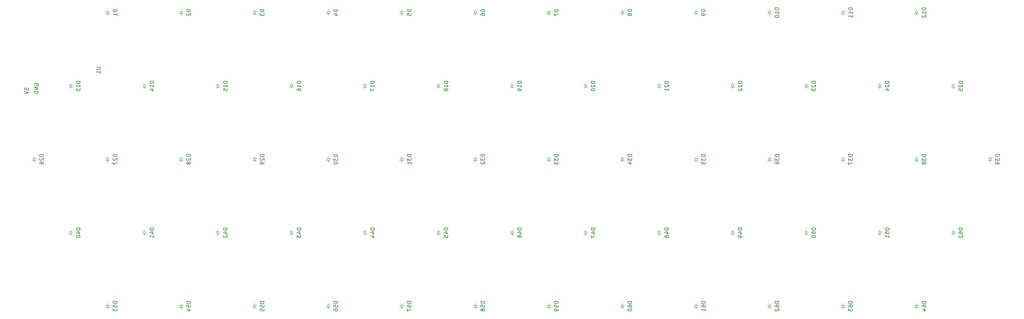
<source format=gbr>
G04 #@! TF.GenerationSoftware,KiCad,Pcbnew,(5.1.4)-1*
G04 #@! TF.CreationDate,2019-12-22T22:02:26+01:00*
G04 #@! TF.ProjectId,keyboard3,6b657962-6f61-4726-9433-2e6b69636164,rev?*
G04 #@! TF.SameCoordinates,Original*
G04 #@! TF.FileFunction,Legend,Bot*
G04 #@! TF.FilePolarity,Positive*
%FSLAX46Y46*%
G04 Gerber Fmt 4.6, Leading zero omitted, Abs format (unit mm)*
G04 Created by KiCad (PCBNEW (5.1.4)-1) date 2019-12-22 22:02:26*
%MOMM*%
%LPD*%
G04 APERTURE LIST*
%ADD10C,0.100000*%
%ADD11C,0.150000*%
G04 APERTURE END LIST*
D10*
X46656250Y-56106250D02*
X46656250Y-55706250D01*
X46656250Y-55706250D02*
X47206250Y-55706250D01*
X46656250Y-55706250D02*
X46106250Y-55706250D01*
X46656250Y-55706250D02*
X47056250Y-55106250D01*
X47056250Y-55106250D02*
X46256250Y-55106250D01*
X46256250Y-55106250D02*
X46656250Y-55706250D01*
X46656250Y-55106250D02*
X46656250Y-54606250D01*
X65706250Y-56106250D02*
X65706250Y-55706250D01*
X65706250Y-55706250D02*
X66256250Y-55706250D01*
X65706250Y-55706250D02*
X65156250Y-55706250D01*
X65706250Y-55706250D02*
X66106250Y-55106250D01*
X66106250Y-55106250D02*
X65306250Y-55106250D01*
X65306250Y-55106250D02*
X65706250Y-55706250D01*
X65706250Y-55106250D02*
X65706250Y-54606250D01*
X84756250Y-56106250D02*
X84756250Y-55706250D01*
X84756250Y-55706250D02*
X85306250Y-55706250D01*
X84756250Y-55706250D02*
X84206250Y-55706250D01*
X84756250Y-55706250D02*
X85156250Y-55106250D01*
X85156250Y-55106250D02*
X84356250Y-55106250D01*
X84356250Y-55106250D02*
X84756250Y-55706250D01*
X84756250Y-55106250D02*
X84756250Y-54606250D01*
X103806250Y-56106250D02*
X103806250Y-55706250D01*
X103806250Y-55706250D02*
X104356250Y-55706250D01*
X103806250Y-55706250D02*
X103256250Y-55706250D01*
X103806250Y-55706250D02*
X104206250Y-55106250D01*
X104206250Y-55106250D02*
X103406250Y-55106250D01*
X103406250Y-55106250D02*
X103806250Y-55706250D01*
X103806250Y-55106250D02*
X103806250Y-54606250D01*
X122856250Y-56106250D02*
X122856250Y-55706250D01*
X122856250Y-55706250D02*
X123406250Y-55706250D01*
X122856250Y-55706250D02*
X122306250Y-55706250D01*
X122856250Y-55706250D02*
X123256250Y-55106250D01*
X123256250Y-55106250D02*
X122456250Y-55106250D01*
X122456250Y-55106250D02*
X122856250Y-55706250D01*
X122856250Y-55106250D02*
X122856250Y-54606250D01*
X141906250Y-56106250D02*
X141906250Y-55706250D01*
X141906250Y-55706250D02*
X142456250Y-55706250D01*
X141906250Y-55706250D02*
X141356250Y-55706250D01*
X141906250Y-55706250D02*
X142306250Y-55106250D01*
X142306250Y-55106250D02*
X141506250Y-55106250D01*
X141506250Y-55106250D02*
X141906250Y-55706250D01*
X141906250Y-55106250D02*
X141906250Y-54606250D01*
X160956250Y-56106250D02*
X160956250Y-55706250D01*
X160956250Y-55706250D02*
X161506250Y-55706250D01*
X160956250Y-55706250D02*
X160406250Y-55706250D01*
X160956250Y-55706250D02*
X161356250Y-55106250D01*
X161356250Y-55106250D02*
X160556250Y-55106250D01*
X160556250Y-55106250D02*
X160956250Y-55706250D01*
X160956250Y-55106250D02*
X160956250Y-54606250D01*
X180006250Y-56106250D02*
X180006250Y-55706250D01*
X180006250Y-55706250D02*
X180556250Y-55706250D01*
X180006250Y-55706250D02*
X179456250Y-55706250D01*
X180006250Y-55706250D02*
X180406250Y-55106250D01*
X180406250Y-55106250D02*
X179606250Y-55106250D01*
X179606250Y-55106250D02*
X180006250Y-55706250D01*
X180006250Y-55106250D02*
X180006250Y-54606250D01*
X199056250Y-56106250D02*
X199056250Y-55706250D01*
X199056250Y-55706250D02*
X199606250Y-55706250D01*
X199056250Y-55706250D02*
X198506250Y-55706250D01*
X199056250Y-55706250D02*
X199456250Y-55106250D01*
X199456250Y-55106250D02*
X198656250Y-55106250D01*
X198656250Y-55106250D02*
X199056250Y-55706250D01*
X199056250Y-55106250D02*
X199056250Y-54606250D01*
X218106250Y-56106250D02*
X218106250Y-55706250D01*
X218106250Y-55706250D02*
X218656250Y-55706250D01*
X218106250Y-55706250D02*
X217556250Y-55706250D01*
X218106250Y-55706250D02*
X218506250Y-55106250D01*
X218506250Y-55106250D02*
X217706250Y-55106250D01*
X217706250Y-55106250D02*
X218106250Y-55706250D01*
X218106250Y-55106250D02*
X218106250Y-54606250D01*
X237156250Y-56106250D02*
X237156250Y-55706250D01*
X237156250Y-55706250D02*
X237706250Y-55706250D01*
X237156250Y-55706250D02*
X236606250Y-55706250D01*
X237156250Y-55706250D02*
X237556250Y-55106250D01*
X237556250Y-55106250D02*
X236756250Y-55106250D01*
X236756250Y-55106250D02*
X237156250Y-55706250D01*
X237156250Y-55106250D02*
X237156250Y-54606250D01*
X256206250Y-56106250D02*
X256206250Y-55706250D01*
X256206250Y-55706250D02*
X256756250Y-55706250D01*
X256206250Y-55706250D02*
X255656250Y-55706250D01*
X256206250Y-55706250D02*
X256606250Y-55106250D01*
X256606250Y-55106250D02*
X255806250Y-55106250D01*
X255806250Y-55106250D02*
X256206250Y-55706250D01*
X256206250Y-55106250D02*
X256206250Y-54606250D01*
X37131250Y-75156250D02*
X37131250Y-74756250D01*
X37131250Y-74756250D02*
X37681250Y-74756250D01*
X37131250Y-74756250D02*
X36581250Y-74756250D01*
X37131250Y-74756250D02*
X37531250Y-74156250D01*
X37531250Y-74156250D02*
X36731250Y-74156250D01*
X36731250Y-74156250D02*
X37131250Y-74756250D01*
X37131250Y-74156250D02*
X37131250Y-73656250D01*
X56181250Y-75156250D02*
X56181250Y-74756250D01*
X56181250Y-74756250D02*
X56731250Y-74756250D01*
X56181250Y-74756250D02*
X55631250Y-74756250D01*
X56181250Y-74756250D02*
X56581250Y-74156250D01*
X56581250Y-74156250D02*
X55781250Y-74156250D01*
X55781250Y-74156250D02*
X56181250Y-74756250D01*
X56181250Y-74156250D02*
X56181250Y-73656250D01*
X75231250Y-75156250D02*
X75231250Y-74756250D01*
X75231250Y-74756250D02*
X75781250Y-74756250D01*
X75231250Y-74756250D02*
X74681250Y-74756250D01*
X75231250Y-74756250D02*
X75631250Y-74156250D01*
X75631250Y-74156250D02*
X74831250Y-74156250D01*
X74831250Y-74156250D02*
X75231250Y-74756250D01*
X75231250Y-74156250D02*
X75231250Y-73656250D01*
X94281250Y-75156250D02*
X94281250Y-74756250D01*
X94281250Y-74756250D02*
X94831250Y-74756250D01*
X94281250Y-74756250D02*
X93731250Y-74756250D01*
X94281250Y-74756250D02*
X94681250Y-74156250D01*
X94681250Y-74156250D02*
X93881250Y-74156250D01*
X93881250Y-74156250D02*
X94281250Y-74756250D01*
X94281250Y-74156250D02*
X94281250Y-73656250D01*
X113331250Y-75156250D02*
X113331250Y-74756250D01*
X113331250Y-74756250D02*
X113881250Y-74756250D01*
X113331250Y-74756250D02*
X112781250Y-74756250D01*
X113331250Y-74756250D02*
X113731250Y-74156250D01*
X113731250Y-74156250D02*
X112931250Y-74156250D01*
X112931250Y-74156250D02*
X113331250Y-74756250D01*
X113331250Y-74156250D02*
X113331250Y-73656250D01*
X132381250Y-75156250D02*
X132381250Y-74756250D01*
X132381250Y-74756250D02*
X132931250Y-74756250D01*
X132381250Y-74756250D02*
X131831250Y-74756250D01*
X132381250Y-74756250D02*
X132781250Y-74156250D01*
X132781250Y-74156250D02*
X131981250Y-74156250D01*
X131981250Y-74156250D02*
X132381250Y-74756250D01*
X132381250Y-74156250D02*
X132381250Y-73656250D01*
X151431250Y-75156250D02*
X151431250Y-74756250D01*
X151431250Y-74756250D02*
X151981250Y-74756250D01*
X151431250Y-74756250D02*
X150881250Y-74756250D01*
X151431250Y-74756250D02*
X151831250Y-74156250D01*
X151831250Y-74156250D02*
X151031250Y-74156250D01*
X151031250Y-74156250D02*
X151431250Y-74756250D01*
X151431250Y-74156250D02*
X151431250Y-73656250D01*
X170481250Y-75156250D02*
X170481250Y-74756250D01*
X170481250Y-74756250D02*
X171031250Y-74756250D01*
X170481250Y-74756250D02*
X169931250Y-74756250D01*
X170481250Y-74756250D02*
X170881250Y-74156250D01*
X170881250Y-74156250D02*
X170081250Y-74156250D01*
X170081250Y-74156250D02*
X170481250Y-74756250D01*
X170481250Y-74156250D02*
X170481250Y-73656250D01*
X189531250Y-75156250D02*
X189531250Y-74756250D01*
X189531250Y-74756250D02*
X190081250Y-74756250D01*
X189531250Y-74756250D02*
X188981250Y-74756250D01*
X189531250Y-74756250D02*
X189931250Y-74156250D01*
X189931250Y-74156250D02*
X189131250Y-74156250D01*
X189131250Y-74156250D02*
X189531250Y-74756250D01*
X189531250Y-74156250D02*
X189531250Y-73656250D01*
X208581250Y-75156250D02*
X208581250Y-74756250D01*
X208581250Y-74756250D02*
X209131250Y-74756250D01*
X208581250Y-74756250D02*
X208031250Y-74756250D01*
X208581250Y-74756250D02*
X208981250Y-74156250D01*
X208981250Y-74156250D02*
X208181250Y-74156250D01*
X208181250Y-74156250D02*
X208581250Y-74756250D01*
X208581250Y-74156250D02*
X208581250Y-73656250D01*
X227631250Y-75156250D02*
X227631250Y-74756250D01*
X227631250Y-74756250D02*
X228181250Y-74756250D01*
X227631250Y-74756250D02*
X227081250Y-74756250D01*
X227631250Y-74756250D02*
X228031250Y-74156250D01*
X228031250Y-74156250D02*
X227231250Y-74156250D01*
X227231250Y-74156250D02*
X227631250Y-74756250D01*
X227631250Y-74156250D02*
X227631250Y-73656250D01*
X246681250Y-75156250D02*
X246681250Y-74756250D01*
X246681250Y-74756250D02*
X247231250Y-74756250D01*
X246681250Y-74756250D02*
X246131250Y-74756250D01*
X246681250Y-74756250D02*
X247081250Y-74156250D01*
X247081250Y-74156250D02*
X246281250Y-74156250D01*
X246281250Y-74156250D02*
X246681250Y-74756250D01*
X246681250Y-74156250D02*
X246681250Y-73656250D01*
X265731250Y-75156250D02*
X265731250Y-74756250D01*
X265731250Y-74756250D02*
X266281250Y-74756250D01*
X265731250Y-74756250D02*
X265181250Y-74756250D01*
X265731250Y-74756250D02*
X266131250Y-74156250D01*
X266131250Y-74156250D02*
X265331250Y-74156250D01*
X265331250Y-74156250D02*
X265731250Y-74756250D01*
X265731250Y-74156250D02*
X265731250Y-73656250D01*
X27606250Y-94206250D02*
X27606250Y-93806250D01*
X27606250Y-93806250D02*
X28156250Y-93806250D01*
X27606250Y-93806250D02*
X27056250Y-93806250D01*
X27606250Y-93806250D02*
X28006250Y-93206250D01*
X28006250Y-93206250D02*
X27206250Y-93206250D01*
X27206250Y-93206250D02*
X27606250Y-93806250D01*
X27606250Y-93206250D02*
X27606250Y-92706250D01*
X46656250Y-94206250D02*
X46656250Y-93806250D01*
X46656250Y-93806250D02*
X47206250Y-93806250D01*
X46656250Y-93806250D02*
X46106250Y-93806250D01*
X46656250Y-93806250D02*
X47056250Y-93206250D01*
X47056250Y-93206250D02*
X46256250Y-93206250D01*
X46256250Y-93206250D02*
X46656250Y-93806250D01*
X46656250Y-93206250D02*
X46656250Y-92706250D01*
X65706250Y-94206250D02*
X65706250Y-93806250D01*
X65706250Y-93806250D02*
X66256250Y-93806250D01*
X65706250Y-93806250D02*
X65156250Y-93806250D01*
X65706250Y-93806250D02*
X66106250Y-93206250D01*
X66106250Y-93206250D02*
X65306250Y-93206250D01*
X65306250Y-93206250D02*
X65706250Y-93806250D01*
X65706250Y-93206250D02*
X65706250Y-92706250D01*
X84756250Y-94206250D02*
X84756250Y-93806250D01*
X84756250Y-93806250D02*
X85306250Y-93806250D01*
X84756250Y-93806250D02*
X84206250Y-93806250D01*
X84756250Y-93806250D02*
X85156250Y-93206250D01*
X85156250Y-93206250D02*
X84356250Y-93206250D01*
X84356250Y-93206250D02*
X84756250Y-93806250D01*
X84756250Y-93206250D02*
X84756250Y-92706250D01*
X103806250Y-94206250D02*
X103806250Y-93806250D01*
X103806250Y-93806250D02*
X104356250Y-93806250D01*
X103806250Y-93806250D02*
X103256250Y-93806250D01*
X103806250Y-93806250D02*
X104206250Y-93206250D01*
X104206250Y-93206250D02*
X103406250Y-93206250D01*
X103406250Y-93206250D02*
X103806250Y-93806250D01*
X103806250Y-93206250D02*
X103806250Y-92706250D01*
X122856250Y-94206250D02*
X122856250Y-93806250D01*
X122856250Y-93806250D02*
X123406250Y-93806250D01*
X122856250Y-93806250D02*
X122306250Y-93806250D01*
X122856250Y-93806250D02*
X123256250Y-93206250D01*
X123256250Y-93206250D02*
X122456250Y-93206250D01*
X122456250Y-93206250D02*
X122856250Y-93806250D01*
X122856250Y-93206250D02*
X122856250Y-92706250D01*
X141906250Y-94206250D02*
X141906250Y-93806250D01*
X141906250Y-93806250D02*
X142456250Y-93806250D01*
X141906250Y-93806250D02*
X141356250Y-93806250D01*
X141906250Y-93806250D02*
X142306250Y-93206250D01*
X142306250Y-93206250D02*
X141506250Y-93206250D01*
X141506250Y-93206250D02*
X141906250Y-93806250D01*
X141906250Y-93206250D02*
X141906250Y-92706250D01*
X160956250Y-94206250D02*
X160956250Y-93806250D01*
X160956250Y-93806250D02*
X161506250Y-93806250D01*
X160956250Y-93806250D02*
X160406250Y-93806250D01*
X160956250Y-93806250D02*
X161356250Y-93206250D01*
X161356250Y-93206250D02*
X160556250Y-93206250D01*
X160556250Y-93206250D02*
X160956250Y-93806250D01*
X160956250Y-93206250D02*
X160956250Y-92706250D01*
X180006250Y-94206250D02*
X180006250Y-93806250D01*
X180006250Y-93806250D02*
X180556250Y-93806250D01*
X180006250Y-93806250D02*
X179456250Y-93806250D01*
X180006250Y-93806250D02*
X180406250Y-93206250D01*
X180406250Y-93206250D02*
X179606250Y-93206250D01*
X179606250Y-93206250D02*
X180006250Y-93806250D01*
X180006250Y-93206250D02*
X180006250Y-92706250D01*
X199056250Y-94206250D02*
X199056250Y-93806250D01*
X199056250Y-93806250D02*
X199606250Y-93806250D01*
X199056250Y-93806250D02*
X198506250Y-93806250D01*
X199056250Y-93806250D02*
X199456250Y-93206250D01*
X199456250Y-93206250D02*
X198656250Y-93206250D01*
X198656250Y-93206250D02*
X199056250Y-93806250D01*
X199056250Y-93206250D02*
X199056250Y-92706250D01*
X218106250Y-94206250D02*
X218106250Y-93806250D01*
X218106250Y-93806250D02*
X218656250Y-93806250D01*
X218106250Y-93806250D02*
X217556250Y-93806250D01*
X218106250Y-93806250D02*
X218506250Y-93206250D01*
X218506250Y-93206250D02*
X217706250Y-93206250D01*
X217706250Y-93206250D02*
X218106250Y-93806250D01*
X218106250Y-93206250D02*
X218106250Y-92706250D01*
X237156250Y-94206250D02*
X237156250Y-93806250D01*
X237156250Y-93806250D02*
X237706250Y-93806250D01*
X237156250Y-93806250D02*
X236606250Y-93806250D01*
X237156250Y-93806250D02*
X237556250Y-93206250D01*
X237556250Y-93206250D02*
X236756250Y-93206250D01*
X236756250Y-93206250D02*
X237156250Y-93806250D01*
X237156250Y-93206250D02*
X237156250Y-92706250D01*
X256206250Y-94206250D02*
X256206250Y-93806250D01*
X256206250Y-93806250D02*
X256756250Y-93806250D01*
X256206250Y-93806250D02*
X255656250Y-93806250D01*
X256206250Y-93806250D02*
X256606250Y-93206250D01*
X256606250Y-93206250D02*
X255806250Y-93206250D01*
X255806250Y-93206250D02*
X256206250Y-93806250D01*
X256206250Y-93206250D02*
X256206250Y-92706250D01*
X275256250Y-94206250D02*
X275256250Y-93806250D01*
X275256250Y-93806250D02*
X275806250Y-93806250D01*
X275256250Y-93806250D02*
X274706250Y-93806250D01*
X275256250Y-93806250D02*
X275656250Y-93206250D01*
X275656250Y-93206250D02*
X274856250Y-93206250D01*
X274856250Y-93206250D02*
X275256250Y-93806250D01*
X275256250Y-93206250D02*
X275256250Y-92706250D01*
X37131250Y-113256250D02*
X37131250Y-112856250D01*
X37131250Y-112856250D02*
X37681250Y-112856250D01*
X37131250Y-112856250D02*
X36581250Y-112856250D01*
X37131250Y-112856250D02*
X37531250Y-112256250D01*
X37531250Y-112256250D02*
X36731250Y-112256250D01*
X36731250Y-112256250D02*
X37131250Y-112856250D01*
X37131250Y-112256250D02*
X37131250Y-111756250D01*
X56181250Y-113256250D02*
X56181250Y-112856250D01*
X56181250Y-112856250D02*
X56731250Y-112856250D01*
X56181250Y-112856250D02*
X55631250Y-112856250D01*
X56181250Y-112856250D02*
X56581250Y-112256250D01*
X56581250Y-112256250D02*
X55781250Y-112256250D01*
X55781250Y-112256250D02*
X56181250Y-112856250D01*
X56181250Y-112256250D02*
X56181250Y-111756250D01*
X75231250Y-113256250D02*
X75231250Y-112856250D01*
X75231250Y-112856250D02*
X75781250Y-112856250D01*
X75231250Y-112856250D02*
X74681250Y-112856250D01*
X75231250Y-112856250D02*
X75631250Y-112256250D01*
X75631250Y-112256250D02*
X74831250Y-112256250D01*
X74831250Y-112256250D02*
X75231250Y-112856250D01*
X75231250Y-112256250D02*
X75231250Y-111756250D01*
X94281250Y-113256250D02*
X94281250Y-112856250D01*
X94281250Y-112856250D02*
X94831250Y-112856250D01*
X94281250Y-112856250D02*
X93731250Y-112856250D01*
X94281250Y-112856250D02*
X94681250Y-112256250D01*
X94681250Y-112256250D02*
X93881250Y-112256250D01*
X93881250Y-112256250D02*
X94281250Y-112856250D01*
X94281250Y-112256250D02*
X94281250Y-111756250D01*
X113331250Y-113256250D02*
X113331250Y-112856250D01*
X113331250Y-112856250D02*
X113881250Y-112856250D01*
X113331250Y-112856250D02*
X112781250Y-112856250D01*
X113331250Y-112856250D02*
X113731250Y-112256250D01*
X113731250Y-112256250D02*
X112931250Y-112256250D01*
X112931250Y-112256250D02*
X113331250Y-112856250D01*
X113331250Y-112256250D02*
X113331250Y-111756250D01*
X132381250Y-113256250D02*
X132381250Y-112856250D01*
X132381250Y-112856250D02*
X132931250Y-112856250D01*
X132381250Y-112856250D02*
X131831250Y-112856250D01*
X132381250Y-112856250D02*
X132781250Y-112256250D01*
X132781250Y-112256250D02*
X131981250Y-112256250D01*
X131981250Y-112256250D02*
X132381250Y-112856250D01*
X132381250Y-112256250D02*
X132381250Y-111756250D01*
X151431970Y-113256090D02*
X151431970Y-112856090D01*
X151431970Y-112856090D02*
X151981970Y-112856090D01*
X151431970Y-112856090D02*
X150881970Y-112856090D01*
X151431970Y-112856090D02*
X151831970Y-112256090D01*
X151831970Y-112256090D02*
X151031970Y-112256090D01*
X151031970Y-112256090D02*
X151431970Y-112856090D01*
X151431970Y-112256090D02*
X151431970Y-111756090D01*
X170481250Y-113256250D02*
X170481250Y-112856250D01*
X170481250Y-112856250D02*
X171031250Y-112856250D01*
X170481250Y-112856250D02*
X169931250Y-112856250D01*
X170481250Y-112856250D02*
X170881250Y-112256250D01*
X170881250Y-112256250D02*
X170081250Y-112256250D01*
X170081250Y-112256250D02*
X170481250Y-112856250D01*
X170481250Y-112256250D02*
X170481250Y-111756250D01*
X189531250Y-113256250D02*
X189531250Y-112856250D01*
X189531250Y-112856250D02*
X190081250Y-112856250D01*
X189531250Y-112856250D02*
X188981250Y-112856250D01*
X189531250Y-112856250D02*
X189931250Y-112256250D01*
X189931250Y-112256250D02*
X189131250Y-112256250D01*
X189131250Y-112256250D02*
X189531250Y-112856250D01*
X189531250Y-112256250D02*
X189531250Y-111756250D01*
X208581250Y-113256250D02*
X208581250Y-112856250D01*
X208581250Y-112856250D02*
X209131250Y-112856250D01*
X208581250Y-112856250D02*
X208031250Y-112856250D01*
X208581250Y-112856250D02*
X208981250Y-112256250D01*
X208981250Y-112256250D02*
X208181250Y-112256250D01*
X208181250Y-112256250D02*
X208581250Y-112856250D01*
X208581250Y-112256250D02*
X208581250Y-111756250D01*
X227631250Y-113256250D02*
X227631250Y-112856250D01*
X227631250Y-112856250D02*
X228181250Y-112856250D01*
X227631250Y-112856250D02*
X227081250Y-112856250D01*
X227631250Y-112856250D02*
X228031250Y-112256250D01*
X228031250Y-112256250D02*
X227231250Y-112256250D01*
X227231250Y-112256250D02*
X227631250Y-112856250D01*
X227631250Y-112256250D02*
X227631250Y-111756250D01*
X246681250Y-113256250D02*
X246681250Y-112856250D01*
X246681250Y-112856250D02*
X247231250Y-112856250D01*
X246681250Y-112856250D02*
X246131250Y-112856250D01*
X246681250Y-112856250D02*
X247081250Y-112256250D01*
X247081250Y-112256250D02*
X246281250Y-112256250D01*
X246281250Y-112256250D02*
X246681250Y-112856250D01*
X246681250Y-112256250D02*
X246681250Y-111756250D01*
X265731250Y-113256250D02*
X265731250Y-112856250D01*
X265731250Y-112856250D02*
X266281250Y-112856250D01*
X265731250Y-112856250D02*
X265181250Y-112856250D01*
X265731250Y-112856250D02*
X266131250Y-112256250D01*
X266131250Y-112256250D02*
X265331250Y-112256250D01*
X265331250Y-112256250D02*
X265731250Y-112856250D01*
X265731250Y-112256250D02*
X265731250Y-111756250D01*
X46656250Y-132306250D02*
X46656250Y-131906250D01*
X46656250Y-131906250D02*
X47206250Y-131906250D01*
X46656250Y-131906250D02*
X46106250Y-131906250D01*
X46656250Y-131906250D02*
X47056250Y-131306250D01*
X47056250Y-131306250D02*
X46256250Y-131306250D01*
X46256250Y-131306250D02*
X46656250Y-131906250D01*
X46656250Y-131306250D02*
X46656250Y-130806250D01*
X65706250Y-132306250D02*
X65706250Y-131906250D01*
X65706250Y-131906250D02*
X66256250Y-131906250D01*
X65706250Y-131906250D02*
X65156250Y-131906250D01*
X65706250Y-131906250D02*
X66106250Y-131306250D01*
X66106250Y-131306250D02*
X65306250Y-131306250D01*
X65306250Y-131306250D02*
X65706250Y-131906250D01*
X65706250Y-131306250D02*
X65706250Y-130806250D01*
X84756250Y-132306250D02*
X84756250Y-131906250D01*
X84756250Y-131906250D02*
X85306250Y-131906250D01*
X84756250Y-131906250D02*
X84206250Y-131906250D01*
X84756250Y-131906250D02*
X85156250Y-131306250D01*
X85156250Y-131306250D02*
X84356250Y-131306250D01*
X84356250Y-131306250D02*
X84756250Y-131906250D01*
X84756250Y-131306250D02*
X84756250Y-130806250D01*
X103806250Y-132306250D02*
X103806250Y-131906250D01*
X103806250Y-131906250D02*
X104356250Y-131906250D01*
X103806250Y-131906250D02*
X103256250Y-131906250D01*
X103806250Y-131906250D02*
X104206250Y-131306250D01*
X104206250Y-131306250D02*
X103406250Y-131306250D01*
X103406250Y-131306250D02*
X103806250Y-131906250D01*
X103806250Y-131306250D02*
X103806250Y-130806250D01*
X122856250Y-132306250D02*
X122856250Y-131906250D01*
X122856250Y-131906250D02*
X123406250Y-131906250D01*
X122856250Y-131906250D02*
X122306250Y-131906250D01*
X122856250Y-131906250D02*
X123256250Y-131306250D01*
X123256250Y-131306250D02*
X122456250Y-131306250D01*
X122456250Y-131306250D02*
X122856250Y-131906250D01*
X122856250Y-131306250D02*
X122856250Y-130806250D01*
X141906250Y-132306250D02*
X141906250Y-131906250D01*
X141906250Y-131906250D02*
X142456250Y-131906250D01*
X141906250Y-131906250D02*
X141356250Y-131906250D01*
X141906250Y-131906250D02*
X142306250Y-131306250D01*
X142306250Y-131306250D02*
X141506250Y-131306250D01*
X141506250Y-131306250D02*
X141906250Y-131906250D01*
X141906250Y-131306250D02*
X141906250Y-130806250D01*
X160956250Y-132306250D02*
X160956250Y-131906250D01*
X160956250Y-131906250D02*
X161506250Y-131906250D01*
X160956250Y-131906250D02*
X160406250Y-131906250D01*
X160956250Y-131906250D02*
X161356250Y-131306250D01*
X161356250Y-131306250D02*
X160556250Y-131306250D01*
X160556250Y-131306250D02*
X160956250Y-131906250D01*
X160956250Y-131306250D02*
X160956250Y-130806250D01*
X180006250Y-132306250D02*
X180006250Y-131906250D01*
X180006250Y-131906250D02*
X180556250Y-131906250D01*
X180006250Y-131906250D02*
X179456250Y-131906250D01*
X180006250Y-131906250D02*
X180406250Y-131306250D01*
X180406250Y-131306250D02*
X179606250Y-131306250D01*
X179606250Y-131306250D02*
X180006250Y-131906250D01*
X180006250Y-131306250D02*
X180006250Y-130806250D01*
X199056250Y-132306250D02*
X199056250Y-131906250D01*
X199056250Y-131906250D02*
X199606250Y-131906250D01*
X199056250Y-131906250D02*
X198506250Y-131906250D01*
X199056250Y-131906250D02*
X199456250Y-131306250D01*
X199456250Y-131306250D02*
X198656250Y-131306250D01*
X198656250Y-131306250D02*
X199056250Y-131906250D01*
X199056250Y-131306250D02*
X199056250Y-130806250D01*
X218106250Y-132306250D02*
X218106250Y-131906250D01*
X218106250Y-131906250D02*
X218656250Y-131906250D01*
X218106250Y-131906250D02*
X217556250Y-131906250D01*
X218106250Y-131906250D02*
X218506250Y-131306250D01*
X218506250Y-131306250D02*
X217706250Y-131306250D01*
X217706250Y-131306250D02*
X218106250Y-131906250D01*
X218106250Y-131306250D02*
X218106250Y-130806250D01*
X237156250Y-132306250D02*
X237156250Y-131906250D01*
X237156250Y-131906250D02*
X237706250Y-131906250D01*
X237156250Y-131906250D02*
X236606250Y-131906250D01*
X237156250Y-131906250D02*
X237556250Y-131306250D01*
X237556250Y-131306250D02*
X236756250Y-131306250D01*
X236756250Y-131306250D02*
X237156250Y-131906250D01*
X237156250Y-131306250D02*
X237156250Y-130806250D01*
X256206250Y-132306250D02*
X256206250Y-131906250D01*
X256206250Y-131906250D02*
X256756250Y-131906250D01*
X256206250Y-131906250D02*
X255656250Y-131906250D01*
X256206250Y-131906250D02*
X256606250Y-131306250D01*
X256606250Y-131306250D02*
X255806250Y-131306250D01*
X255806250Y-131306250D02*
X256206250Y-131906250D01*
X256206250Y-131306250D02*
X256206250Y-130806250D01*
D11*
X43823630Y-69554345D02*
X44633154Y-69554345D01*
X44728392Y-69601964D01*
X44776011Y-69649583D01*
X44823630Y-69744821D01*
X44823630Y-69935297D01*
X44776011Y-70030535D01*
X44728392Y-70078154D01*
X44633154Y-70125773D01*
X43823630Y-70125773D01*
X44823630Y-71125773D02*
X44823630Y-70554345D01*
X44823630Y-70840059D02*
X43823630Y-70840059D01*
X43966488Y-70744821D01*
X44061726Y-70649583D01*
X44109345Y-70554345D01*
X27781250Y-74273035D02*
X27733630Y-74177797D01*
X27733630Y-74034940D01*
X27781250Y-73892083D01*
X27876488Y-73796845D01*
X27971726Y-73749226D01*
X28162202Y-73701607D01*
X28305059Y-73701607D01*
X28495535Y-73749226D01*
X28590773Y-73796845D01*
X28686011Y-73892083D01*
X28733630Y-74034940D01*
X28733630Y-74130178D01*
X28686011Y-74273035D01*
X28638392Y-74320654D01*
X28305059Y-74320654D01*
X28305059Y-74130178D01*
X28733630Y-74749226D02*
X27733630Y-74749226D01*
X28733630Y-75320654D01*
X27733630Y-75320654D01*
X28733630Y-75796845D02*
X27733630Y-75796845D01*
X27733630Y-76034940D01*
X27781250Y-76177797D01*
X27876488Y-76273035D01*
X27971726Y-76320654D01*
X28162202Y-76368273D01*
X28305059Y-76368273D01*
X28495535Y-76320654D01*
X28590773Y-76273035D01*
X28686011Y-76177797D01*
X28733630Y-76034940D01*
X28733630Y-75796845D01*
X25193630Y-75463511D02*
X25193630Y-74987321D01*
X25669821Y-74939702D01*
X25622202Y-74987321D01*
X25574583Y-75082559D01*
X25574583Y-75320654D01*
X25622202Y-75415892D01*
X25669821Y-75463511D01*
X25765059Y-75511130D01*
X26003154Y-75511130D01*
X26098392Y-75463511D01*
X26146011Y-75415892D01*
X26193630Y-75320654D01*
X26193630Y-75082559D01*
X26146011Y-74987321D01*
X26098392Y-74939702D01*
X25193630Y-75796845D02*
X26193630Y-76130178D01*
X25193630Y-76463511D01*
X49108630Y-54618154D02*
X48108630Y-54618154D01*
X48108630Y-54856250D01*
X48156250Y-54999107D01*
X48251488Y-55094345D01*
X48346726Y-55141964D01*
X48537202Y-55189583D01*
X48680059Y-55189583D01*
X48870535Y-55141964D01*
X48965773Y-55094345D01*
X49061011Y-54999107D01*
X49108630Y-54856250D01*
X49108630Y-54618154D01*
X49108630Y-56141964D02*
X49108630Y-55570535D01*
X49108630Y-55856250D02*
X48108630Y-55856250D01*
X48251488Y-55761011D01*
X48346726Y-55665773D01*
X48394345Y-55570535D01*
X68158630Y-54618154D02*
X67158630Y-54618154D01*
X67158630Y-54856250D01*
X67206250Y-54999107D01*
X67301488Y-55094345D01*
X67396726Y-55141964D01*
X67587202Y-55189583D01*
X67730059Y-55189583D01*
X67920535Y-55141964D01*
X68015773Y-55094345D01*
X68111011Y-54999107D01*
X68158630Y-54856250D01*
X68158630Y-54618154D01*
X67253869Y-55570535D02*
X67206250Y-55618154D01*
X67158630Y-55713392D01*
X67158630Y-55951488D01*
X67206250Y-56046726D01*
X67253869Y-56094345D01*
X67349107Y-56141964D01*
X67444345Y-56141964D01*
X67587202Y-56094345D01*
X68158630Y-55522916D01*
X68158630Y-56141964D01*
X87208630Y-54618154D02*
X86208630Y-54618154D01*
X86208630Y-54856250D01*
X86256250Y-54999107D01*
X86351488Y-55094345D01*
X86446726Y-55141964D01*
X86637202Y-55189583D01*
X86780059Y-55189583D01*
X86970535Y-55141964D01*
X87065773Y-55094345D01*
X87161011Y-54999107D01*
X87208630Y-54856250D01*
X87208630Y-54618154D01*
X86208630Y-55522916D02*
X86208630Y-56141964D01*
X86589583Y-55808630D01*
X86589583Y-55951488D01*
X86637202Y-56046726D01*
X86684821Y-56094345D01*
X86780059Y-56141964D01*
X87018154Y-56141964D01*
X87113392Y-56094345D01*
X87161011Y-56046726D01*
X87208630Y-55951488D01*
X87208630Y-55665773D01*
X87161011Y-55570535D01*
X87113392Y-55522916D01*
X106258630Y-54618154D02*
X105258630Y-54618154D01*
X105258630Y-54856250D01*
X105306250Y-54999107D01*
X105401488Y-55094345D01*
X105496726Y-55141964D01*
X105687202Y-55189583D01*
X105830059Y-55189583D01*
X106020535Y-55141964D01*
X106115773Y-55094345D01*
X106211011Y-54999107D01*
X106258630Y-54856250D01*
X106258630Y-54618154D01*
X105591964Y-56046726D02*
X106258630Y-56046726D01*
X105211011Y-55808630D02*
X105925297Y-55570535D01*
X105925297Y-56189583D01*
X125308630Y-54618154D02*
X124308630Y-54618154D01*
X124308630Y-54856250D01*
X124356250Y-54999107D01*
X124451488Y-55094345D01*
X124546726Y-55141964D01*
X124737202Y-55189583D01*
X124880059Y-55189583D01*
X125070535Y-55141964D01*
X125165773Y-55094345D01*
X125261011Y-54999107D01*
X125308630Y-54856250D01*
X125308630Y-54618154D01*
X124308630Y-56094345D02*
X124308630Y-55618154D01*
X124784821Y-55570535D01*
X124737202Y-55618154D01*
X124689583Y-55713392D01*
X124689583Y-55951488D01*
X124737202Y-56046726D01*
X124784821Y-56094345D01*
X124880059Y-56141964D01*
X125118154Y-56141964D01*
X125213392Y-56094345D01*
X125261011Y-56046726D01*
X125308630Y-55951488D01*
X125308630Y-55713392D01*
X125261011Y-55618154D01*
X125213392Y-55570535D01*
X144358630Y-54618154D02*
X143358630Y-54618154D01*
X143358630Y-54856250D01*
X143406250Y-54999107D01*
X143501488Y-55094345D01*
X143596726Y-55141964D01*
X143787202Y-55189583D01*
X143930059Y-55189583D01*
X144120535Y-55141964D01*
X144215773Y-55094345D01*
X144311011Y-54999107D01*
X144358630Y-54856250D01*
X144358630Y-54618154D01*
X143358630Y-56046726D02*
X143358630Y-55856250D01*
X143406250Y-55761011D01*
X143453869Y-55713392D01*
X143596726Y-55618154D01*
X143787202Y-55570535D01*
X144168154Y-55570535D01*
X144263392Y-55618154D01*
X144311011Y-55665773D01*
X144358630Y-55761011D01*
X144358630Y-55951488D01*
X144311011Y-56046726D01*
X144263392Y-56094345D01*
X144168154Y-56141964D01*
X143930059Y-56141964D01*
X143834821Y-56094345D01*
X143787202Y-56046726D01*
X143739583Y-55951488D01*
X143739583Y-55761011D01*
X143787202Y-55665773D01*
X143834821Y-55618154D01*
X143930059Y-55570535D01*
X163408630Y-54618154D02*
X162408630Y-54618154D01*
X162408630Y-54856250D01*
X162456250Y-54999107D01*
X162551488Y-55094345D01*
X162646726Y-55141964D01*
X162837202Y-55189583D01*
X162980059Y-55189583D01*
X163170535Y-55141964D01*
X163265773Y-55094345D01*
X163361011Y-54999107D01*
X163408630Y-54856250D01*
X163408630Y-54618154D01*
X162408630Y-55522916D02*
X162408630Y-56189583D01*
X163408630Y-55761011D01*
X182458630Y-54618154D02*
X181458630Y-54618154D01*
X181458630Y-54856250D01*
X181506250Y-54999107D01*
X181601488Y-55094345D01*
X181696726Y-55141964D01*
X181887202Y-55189583D01*
X182030059Y-55189583D01*
X182220535Y-55141964D01*
X182315773Y-55094345D01*
X182411011Y-54999107D01*
X182458630Y-54856250D01*
X182458630Y-54618154D01*
X181887202Y-55761011D02*
X181839583Y-55665773D01*
X181791964Y-55618154D01*
X181696726Y-55570535D01*
X181649107Y-55570535D01*
X181553869Y-55618154D01*
X181506250Y-55665773D01*
X181458630Y-55761011D01*
X181458630Y-55951488D01*
X181506250Y-56046726D01*
X181553869Y-56094345D01*
X181649107Y-56141964D01*
X181696726Y-56141964D01*
X181791964Y-56094345D01*
X181839583Y-56046726D01*
X181887202Y-55951488D01*
X181887202Y-55761011D01*
X181934821Y-55665773D01*
X181982440Y-55618154D01*
X182077678Y-55570535D01*
X182268154Y-55570535D01*
X182363392Y-55618154D01*
X182411011Y-55665773D01*
X182458630Y-55761011D01*
X182458630Y-55951488D01*
X182411011Y-56046726D01*
X182363392Y-56094345D01*
X182268154Y-56141964D01*
X182077678Y-56141964D01*
X181982440Y-56094345D01*
X181934821Y-56046726D01*
X181887202Y-55951488D01*
X201508630Y-54618154D02*
X200508630Y-54618154D01*
X200508630Y-54856250D01*
X200556250Y-54999107D01*
X200651488Y-55094345D01*
X200746726Y-55141964D01*
X200937202Y-55189583D01*
X201080059Y-55189583D01*
X201270535Y-55141964D01*
X201365773Y-55094345D01*
X201461011Y-54999107D01*
X201508630Y-54856250D01*
X201508630Y-54618154D01*
X201508630Y-55665773D02*
X201508630Y-55856250D01*
X201461011Y-55951488D01*
X201413392Y-55999107D01*
X201270535Y-56094345D01*
X201080059Y-56141964D01*
X200699107Y-56141964D01*
X200603869Y-56094345D01*
X200556250Y-56046726D01*
X200508630Y-55951488D01*
X200508630Y-55761011D01*
X200556250Y-55665773D01*
X200603869Y-55618154D01*
X200699107Y-55570535D01*
X200937202Y-55570535D01*
X201032440Y-55618154D01*
X201080059Y-55665773D01*
X201127678Y-55761011D01*
X201127678Y-55951488D01*
X201080059Y-56046726D01*
X201032440Y-56094345D01*
X200937202Y-56141964D01*
X220558630Y-54141964D02*
X219558630Y-54141964D01*
X219558630Y-54380059D01*
X219606250Y-54522916D01*
X219701488Y-54618154D01*
X219796726Y-54665773D01*
X219987202Y-54713392D01*
X220130059Y-54713392D01*
X220320535Y-54665773D01*
X220415773Y-54618154D01*
X220511011Y-54522916D01*
X220558630Y-54380059D01*
X220558630Y-54141964D01*
X220558630Y-55665773D02*
X220558630Y-55094345D01*
X220558630Y-55380059D02*
X219558630Y-55380059D01*
X219701488Y-55284821D01*
X219796726Y-55189583D01*
X219844345Y-55094345D01*
X219558630Y-56284821D02*
X219558630Y-56380059D01*
X219606250Y-56475297D01*
X219653869Y-56522916D01*
X219749107Y-56570535D01*
X219939583Y-56618154D01*
X220177678Y-56618154D01*
X220368154Y-56570535D01*
X220463392Y-56522916D01*
X220511011Y-56475297D01*
X220558630Y-56380059D01*
X220558630Y-56284821D01*
X220511011Y-56189583D01*
X220463392Y-56141964D01*
X220368154Y-56094345D01*
X220177678Y-56046726D01*
X219939583Y-56046726D01*
X219749107Y-56094345D01*
X219653869Y-56141964D01*
X219606250Y-56189583D01*
X219558630Y-56284821D01*
X239608630Y-54141964D02*
X238608630Y-54141964D01*
X238608630Y-54380059D01*
X238656250Y-54522916D01*
X238751488Y-54618154D01*
X238846726Y-54665773D01*
X239037202Y-54713392D01*
X239180059Y-54713392D01*
X239370535Y-54665773D01*
X239465773Y-54618154D01*
X239561011Y-54522916D01*
X239608630Y-54380059D01*
X239608630Y-54141964D01*
X239608630Y-55665773D02*
X239608630Y-55094345D01*
X239608630Y-55380059D02*
X238608630Y-55380059D01*
X238751488Y-55284821D01*
X238846726Y-55189583D01*
X238894345Y-55094345D01*
X239608630Y-56618154D02*
X239608630Y-56046726D01*
X239608630Y-56332440D02*
X238608630Y-56332440D01*
X238751488Y-56237202D01*
X238846726Y-56141964D01*
X238894345Y-56046726D01*
X258658630Y-54141964D02*
X257658630Y-54141964D01*
X257658630Y-54380059D01*
X257706250Y-54522916D01*
X257801488Y-54618154D01*
X257896726Y-54665773D01*
X258087202Y-54713392D01*
X258230059Y-54713392D01*
X258420535Y-54665773D01*
X258515773Y-54618154D01*
X258611011Y-54522916D01*
X258658630Y-54380059D01*
X258658630Y-54141964D01*
X258658630Y-55665773D02*
X258658630Y-55094345D01*
X258658630Y-55380059D02*
X257658630Y-55380059D01*
X257801488Y-55284821D01*
X257896726Y-55189583D01*
X257944345Y-55094345D01*
X257753869Y-56046726D02*
X257706250Y-56094345D01*
X257658630Y-56189583D01*
X257658630Y-56427678D01*
X257706250Y-56522916D01*
X257753869Y-56570535D01*
X257849107Y-56618154D01*
X257944345Y-56618154D01*
X258087202Y-56570535D01*
X258658630Y-55999107D01*
X258658630Y-56618154D01*
X39583630Y-73191964D02*
X38583630Y-73191964D01*
X38583630Y-73430059D01*
X38631250Y-73572916D01*
X38726488Y-73668154D01*
X38821726Y-73715773D01*
X39012202Y-73763392D01*
X39155059Y-73763392D01*
X39345535Y-73715773D01*
X39440773Y-73668154D01*
X39536011Y-73572916D01*
X39583630Y-73430059D01*
X39583630Y-73191964D01*
X39583630Y-74715773D02*
X39583630Y-74144345D01*
X39583630Y-74430059D02*
X38583630Y-74430059D01*
X38726488Y-74334821D01*
X38821726Y-74239583D01*
X38869345Y-74144345D01*
X38583630Y-75049107D02*
X38583630Y-75668154D01*
X38964583Y-75334821D01*
X38964583Y-75477678D01*
X39012202Y-75572916D01*
X39059821Y-75620535D01*
X39155059Y-75668154D01*
X39393154Y-75668154D01*
X39488392Y-75620535D01*
X39536011Y-75572916D01*
X39583630Y-75477678D01*
X39583630Y-75191964D01*
X39536011Y-75096726D01*
X39488392Y-75049107D01*
X58633630Y-73191964D02*
X57633630Y-73191964D01*
X57633630Y-73430059D01*
X57681250Y-73572916D01*
X57776488Y-73668154D01*
X57871726Y-73715773D01*
X58062202Y-73763392D01*
X58205059Y-73763392D01*
X58395535Y-73715773D01*
X58490773Y-73668154D01*
X58586011Y-73572916D01*
X58633630Y-73430059D01*
X58633630Y-73191964D01*
X58633630Y-74715773D02*
X58633630Y-74144345D01*
X58633630Y-74430059D02*
X57633630Y-74430059D01*
X57776488Y-74334821D01*
X57871726Y-74239583D01*
X57919345Y-74144345D01*
X57966964Y-75572916D02*
X58633630Y-75572916D01*
X57586011Y-75334821D02*
X58300297Y-75096726D01*
X58300297Y-75715773D01*
X77683630Y-73191964D02*
X76683630Y-73191964D01*
X76683630Y-73430059D01*
X76731250Y-73572916D01*
X76826488Y-73668154D01*
X76921726Y-73715773D01*
X77112202Y-73763392D01*
X77255059Y-73763392D01*
X77445535Y-73715773D01*
X77540773Y-73668154D01*
X77636011Y-73572916D01*
X77683630Y-73430059D01*
X77683630Y-73191964D01*
X77683630Y-74715773D02*
X77683630Y-74144345D01*
X77683630Y-74430059D02*
X76683630Y-74430059D01*
X76826488Y-74334821D01*
X76921726Y-74239583D01*
X76969345Y-74144345D01*
X76683630Y-75620535D02*
X76683630Y-75144345D01*
X77159821Y-75096726D01*
X77112202Y-75144345D01*
X77064583Y-75239583D01*
X77064583Y-75477678D01*
X77112202Y-75572916D01*
X77159821Y-75620535D01*
X77255059Y-75668154D01*
X77493154Y-75668154D01*
X77588392Y-75620535D01*
X77636011Y-75572916D01*
X77683630Y-75477678D01*
X77683630Y-75239583D01*
X77636011Y-75144345D01*
X77588392Y-75096726D01*
X96733630Y-73191964D02*
X95733630Y-73191964D01*
X95733630Y-73430059D01*
X95781250Y-73572916D01*
X95876488Y-73668154D01*
X95971726Y-73715773D01*
X96162202Y-73763392D01*
X96305059Y-73763392D01*
X96495535Y-73715773D01*
X96590773Y-73668154D01*
X96686011Y-73572916D01*
X96733630Y-73430059D01*
X96733630Y-73191964D01*
X96733630Y-74715773D02*
X96733630Y-74144345D01*
X96733630Y-74430059D02*
X95733630Y-74430059D01*
X95876488Y-74334821D01*
X95971726Y-74239583D01*
X96019345Y-74144345D01*
X95733630Y-75572916D02*
X95733630Y-75382440D01*
X95781250Y-75287202D01*
X95828869Y-75239583D01*
X95971726Y-75144345D01*
X96162202Y-75096726D01*
X96543154Y-75096726D01*
X96638392Y-75144345D01*
X96686011Y-75191964D01*
X96733630Y-75287202D01*
X96733630Y-75477678D01*
X96686011Y-75572916D01*
X96638392Y-75620535D01*
X96543154Y-75668154D01*
X96305059Y-75668154D01*
X96209821Y-75620535D01*
X96162202Y-75572916D01*
X96114583Y-75477678D01*
X96114583Y-75287202D01*
X96162202Y-75191964D01*
X96209821Y-75144345D01*
X96305059Y-75096726D01*
X115783630Y-73191964D02*
X114783630Y-73191964D01*
X114783630Y-73430059D01*
X114831250Y-73572916D01*
X114926488Y-73668154D01*
X115021726Y-73715773D01*
X115212202Y-73763392D01*
X115355059Y-73763392D01*
X115545535Y-73715773D01*
X115640773Y-73668154D01*
X115736011Y-73572916D01*
X115783630Y-73430059D01*
X115783630Y-73191964D01*
X115783630Y-74715773D02*
X115783630Y-74144345D01*
X115783630Y-74430059D02*
X114783630Y-74430059D01*
X114926488Y-74334821D01*
X115021726Y-74239583D01*
X115069345Y-74144345D01*
X114783630Y-75049107D02*
X114783630Y-75715773D01*
X115783630Y-75287202D01*
X134833630Y-73191964D02*
X133833630Y-73191964D01*
X133833630Y-73430059D01*
X133881250Y-73572916D01*
X133976488Y-73668154D01*
X134071726Y-73715773D01*
X134262202Y-73763392D01*
X134405059Y-73763392D01*
X134595535Y-73715773D01*
X134690773Y-73668154D01*
X134786011Y-73572916D01*
X134833630Y-73430059D01*
X134833630Y-73191964D01*
X134833630Y-74715773D02*
X134833630Y-74144345D01*
X134833630Y-74430059D02*
X133833630Y-74430059D01*
X133976488Y-74334821D01*
X134071726Y-74239583D01*
X134119345Y-74144345D01*
X134262202Y-75287202D02*
X134214583Y-75191964D01*
X134166964Y-75144345D01*
X134071726Y-75096726D01*
X134024107Y-75096726D01*
X133928869Y-75144345D01*
X133881250Y-75191964D01*
X133833630Y-75287202D01*
X133833630Y-75477678D01*
X133881250Y-75572916D01*
X133928869Y-75620535D01*
X134024107Y-75668154D01*
X134071726Y-75668154D01*
X134166964Y-75620535D01*
X134214583Y-75572916D01*
X134262202Y-75477678D01*
X134262202Y-75287202D01*
X134309821Y-75191964D01*
X134357440Y-75144345D01*
X134452678Y-75096726D01*
X134643154Y-75096726D01*
X134738392Y-75144345D01*
X134786011Y-75191964D01*
X134833630Y-75287202D01*
X134833630Y-75477678D01*
X134786011Y-75572916D01*
X134738392Y-75620535D01*
X134643154Y-75668154D01*
X134452678Y-75668154D01*
X134357440Y-75620535D01*
X134309821Y-75572916D01*
X134262202Y-75477678D01*
X153883630Y-73191964D02*
X152883630Y-73191964D01*
X152883630Y-73430059D01*
X152931250Y-73572916D01*
X153026488Y-73668154D01*
X153121726Y-73715773D01*
X153312202Y-73763392D01*
X153455059Y-73763392D01*
X153645535Y-73715773D01*
X153740773Y-73668154D01*
X153836011Y-73572916D01*
X153883630Y-73430059D01*
X153883630Y-73191964D01*
X153883630Y-74715773D02*
X153883630Y-74144345D01*
X153883630Y-74430059D02*
X152883630Y-74430059D01*
X153026488Y-74334821D01*
X153121726Y-74239583D01*
X153169345Y-74144345D01*
X153883630Y-75191964D02*
X153883630Y-75382440D01*
X153836011Y-75477678D01*
X153788392Y-75525297D01*
X153645535Y-75620535D01*
X153455059Y-75668154D01*
X153074107Y-75668154D01*
X152978869Y-75620535D01*
X152931250Y-75572916D01*
X152883630Y-75477678D01*
X152883630Y-75287202D01*
X152931250Y-75191964D01*
X152978869Y-75144345D01*
X153074107Y-75096726D01*
X153312202Y-75096726D01*
X153407440Y-75144345D01*
X153455059Y-75191964D01*
X153502678Y-75287202D01*
X153502678Y-75477678D01*
X153455059Y-75572916D01*
X153407440Y-75620535D01*
X153312202Y-75668154D01*
X172933630Y-73191964D02*
X171933630Y-73191964D01*
X171933630Y-73430059D01*
X171981250Y-73572916D01*
X172076488Y-73668154D01*
X172171726Y-73715773D01*
X172362202Y-73763392D01*
X172505059Y-73763392D01*
X172695535Y-73715773D01*
X172790773Y-73668154D01*
X172886011Y-73572916D01*
X172933630Y-73430059D01*
X172933630Y-73191964D01*
X172028869Y-74144345D02*
X171981250Y-74191964D01*
X171933630Y-74287202D01*
X171933630Y-74525297D01*
X171981250Y-74620535D01*
X172028869Y-74668154D01*
X172124107Y-74715773D01*
X172219345Y-74715773D01*
X172362202Y-74668154D01*
X172933630Y-74096726D01*
X172933630Y-74715773D01*
X171933630Y-75334821D02*
X171933630Y-75430059D01*
X171981250Y-75525297D01*
X172028869Y-75572916D01*
X172124107Y-75620535D01*
X172314583Y-75668154D01*
X172552678Y-75668154D01*
X172743154Y-75620535D01*
X172838392Y-75572916D01*
X172886011Y-75525297D01*
X172933630Y-75430059D01*
X172933630Y-75334821D01*
X172886011Y-75239583D01*
X172838392Y-75191964D01*
X172743154Y-75144345D01*
X172552678Y-75096726D01*
X172314583Y-75096726D01*
X172124107Y-75144345D01*
X172028869Y-75191964D01*
X171981250Y-75239583D01*
X171933630Y-75334821D01*
X191983630Y-73191964D02*
X190983630Y-73191964D01*
X190983630Y-73430059D01*
X191031250Y-73572916D01*
X191126488Y-73668154D01*
X191221726Y-73715773D01*
X191412202Y-73763392D01*
X191555059Y-73763392D01*
X191745535Y-73715773D01*
X191840773Y-73668154D01*
X191936011Y-73572916D01*
X191983630Y-73430059D01*
X191983630Y-73191964D01*
X191078869Y-74144345D02*
X191031250Y-74191964D01*
X190983630Y-74287202D01*
X190983630Y-74525297D01*
X191031250Y-74620535D01*
X191078869Y-74668154D01*
X191174107Y-74715773D01*
X191269345Y-74715773D01*
X191412202Y-74668154D01*
X191983630Y-74096726D01*
X191983630Y-74715773D01*
X191983630Y-75668154D02*
X191983630Y-75096726D01*
X191983630Y-75382440D02*
X190983630Y-75382440D01*
X191126488Y-75287202D01*
X191221726Y-75191964D01*
X191269345Y-75096726D01*
X211033630Y-73191964D02*
X210033630Y-73191964D01*
X210033630Y-73430059D01*
X210081250Y-73572916D01*
X210176488Y-73668154D01*
X210271726Y-73715773D01*
X210462202Y-73763392D01*
X210605059Y-73763392D01*
X210795535Y-73715773D01*
X210890773Y-73668154D01*
X210986011Y-73572916D01*
X211033630Y-73430059D01*
X211033630Y-73191964D01*
X210128869Y-74144345D02*
X210081250Y-74191964D01*
X210033630Y-74287202D01*
X210033630Y-74525297D01*
X210081250Y-74620535D01*
X210128869Y-74668154D01*
X210224107Y-74715773D01*
X210319345Y-74715773D01*
X210462202Y-74668154D01*
X211033630Y-74096726D01*
X211033630Y-74715773D01*
X210128869Y-75096726D02*
X210081250Y-75144345D01*
X210033630Y-75239583D01*
X210033630Y-75477678D01*
X210081250Y-75572916D01*
X210128869Y-75620535D01*
X210224107Y-75668154D01*
X210319345Y-75668154D01*
X210462202Y-75620535D01*
X211033630Y-75049107D01*
X211033630Y-75668154D01*
X230083630Y-73191964D02*
X229083630Y-73191964D01*
X229083630Y-73430059D01*
X229131250Y-73572916D01*
X229226488Y-73668154D01*
X229321726Y-73715773D01*
X229512202Y-73763392D01*
X229655059Y-73763392D01*
X229845535Y-73715773D01*
X229940773Y-73668154D01*
X230036011Y-73572916D01*
X230083630Y-73430059D01*
X230083630Y-73191964D01*
X229178869Y-74144345D02*
X229131250Y-74191964D01*
X229083630Y-74287202D01*
X229083630Y-74525297D01*
X229131250Y-74620535D01*
X229178869Y-74668154D01*
X229274107Y-74715773D01*
X229369345Y-74715773D01*
X229512202Y-74668154D01*
X230083630Y-74096726D01*
X230083630Y-74715773D01*
X229083630Y-75049107D02*
X229083630Y-75668154D01*
X229464583Y-75334821D01*
X229464583Y-75477678D01*
X229512202Y-75572916D01*
X229559821Y-75620535D01*
X229655059Y-75668154D01*
X229893154Y-75668154D01*
X229988392Y-75620535D01*
X230036011Y-75572916D01*
X230083630Y-75477678D01*
X230083630Y-75191964D01*
X230036011Y-75096726D01*
X229988392Y-75049107D01*
X249133630Y-73191964D02*
X248133630Y-73191964D01*
X248133630Y-73430059D01*
X248181250Y-73572916D01*
X248276488Y-73668154D01*
X248371726Y-73715773D01*
X248562202Y-73763392D01*
X248705059Y-73763392D01*
X248895535Y-73715773D01*
X248990773Y-73668154D01*
X249086011Y-73572916D01*
X249133630Y-73430059D01*
X249133630Y-73191964D01*
X248228869Y-74144345D02*
X248181250Y-74191964D01*
X248133630Y-74287202D01*
X248133630Y-74525297D01*
X248181250Y-74620535D01*
X248228869Y-74668154D01*
X248324107Y-74715773D01*
X248419345Y-74715773D01*
X248562202Y-74668154D01*
X249133630Y-74096726D01*
X249133630Y-74715773D01*
X248466964Y-75572916D02*
X249133630Y-75572916D01*
X248086011Y-75334821D02*
X248800297Y-75096726D01*
X248800297Y-75715773D01*
X268183630Y-73191964D02*
X267183630Y-73191964D01*
X267183630Y-73430059D01*
X267231250Y-73572916D01*
X267326488Y-73668154D01*
X267421726Y-73715773D01*
X267612202Y-73763392D01*
X267755059Y-73763392D01*
X267945535Y-73715773D01*
X268040773Y-73668154D01*
X268136011Y-73572916D01*
X268183630Y-73430059D01*
X268183630Y-73191964D01*
X267278869Y-74144345D02*
X267231250Y-74191964D01*
X267183630Y-74287202D01*
X267183630Y-74525297D01*
X267231250Y-74620535D01*
X267278869Y-74668154D01*
X267374107Y-74715773D01*
X267469345Y-74715773D01*
X267612202Y-74668154D01*
X268183630Y-74096726D01*
X268183630Y-74715773D01*
X267183630Y-75620535D02*
X267183630Y-75144345D01*
X267659821Y-75096726D01*
X267612202Y-75144345D01*
X267564583Y-75239583D01*
X267564583Y-75477678D01*
X267612202Y-75572916D01*
X267659821Y-75620535D01*
X267755059Y-75668154D01*
X267993154Y-75668154D01*
X268088392Y-75620535D01*
X268136011Y-75572916D01*
X268183630Y-75477678D01*
X268183630Y-75239583D01*
X268136011Y-75144345D01*
X268088392Y-75096726D01*
X30058630Y-92241964D02*
X29058630Y-92241964D01*
X29058630Y-92480059D01*
X29106250Y-92622916D01*
X29201488Y-92718154D01*
X29296726Y-92765773D01*
X29487202Y-92813392D01*
X29630059Y-92813392D01*
X29820535Y-92765773D01*
X29915773Y-92718154D01*
X30011011Y-92622916D01*
X30058630Y-92480059D01*
X30058630Y-92241964D01*
X29153869Y-93194345D02*
X29106250Y-93241964D01*
X29058630Y-93337202D01*
X29058630Y-93575297D01*
X29106250Y-93670535D01*
X29153869Y-93718154D01*
X29249107Y-93765773D01*
X29344345Y-93765773D01*
X29487202Y-93718154D01*
X30058630Y-93146726D01*
X30058630Y-93765773D01*
X29058630Y-94622916D02*
X29058630Y-94432440D01*
X29106250Y-94337202D01*
X29153869Y-94289583D01*
X29296726Y-94194345D01*
X29487202Y-94146726D01*
X29868154Y-94146726D01*
X29963392Y-94194345D01*
X30011011Y-94241964D01*
X30058630Y-94337202D01*
X30058630Y-94527678D01*
X30011011Y-94622916D01*
X29963392Y-94670535D01*
X29868154Y-94718154D01*
X29630059Y-94718154D01*
X29534821Y-94670535D01*
X29487202Y-94622916D01*
X29439583Y-94527678D01*
X29439583Y-94337202D01*
X29487202Y-94241964D01*
X29534821Y-94194345D01*
X29630059Y-94146726D01*
X49108630Y-92241964D02*
X48108630Y-92241964D01*
X48108630Y-92480059D01*
X48156250Y-92622916D01*
X48251488Y-92718154D01*
X48346726Y-92765773D01*
X48537202Y-92813392D01*
X48680059Y-92813392D01*
X48870535Y-92765773D01*
X48965773Y-92718154D01*
X49061011Y-92622916D01*
X49108630Y-92480059D01*
X49108630Y-92241964D01*
X48203869Y-93194345D02*
X48156250Y-93241964D01*
X48108630Y-93337202D01*
X48108630Y-93575297D01*
X48156250Y-93670535D01*
X48203869Y-93718154D01*
X48299107Y-93765773D01*
X48394345Y-93765773D01*
X48537202Y-93718154D01*
X49108630Y-93146726D01*
X49108630Y-93765773D01*
X48108630Y-94099107D02*
X48108630Y-94765773D01*
X49108630Y-94337202D01*
X68158630Y-92241964D02*
X67158630Y-92241964D01*
X67158630Y-92480059D01*
X67206250Y-92622916D01*
X67301488Y-92718154D01*
X67396726Y-92765773D01*
X67587202Y-92813392D01*
X67730059Y-92813392D01*
X67920535Y-92765773D01*
X68015773Y-92718154D01*
X68111011Y-92622916D01*
X68158630Y-92480059D01*
X68158630Y-92241964D01*
X67253869Y-93194345D02*
X67206250Y-93241964D01*
X67158630Y-93337202D01*
X67158630Y-93575297D01*
X67206250Y-93670535D01*
X67253869Y-93718154D01*
X67349107Y-93765773D01*
X67444345Y-93765773D01*
X67587202Y-93718154D01*
X68158630Y-93146726D01*
X68158630Y-93765773D01*
X67587202Y-94337202D02*
X67539583Y-94241964D01*
X67491964Y-94194345D01*
X67396726Y-94146726D01*
X67349107Y-94146726D01*
X67253869Y-94194345D01*
X67206250Y-94241964D01*
X67158630Y-94337202D01*
X67158630Y-94527678D01*
X67206250Y-94622916D01*
X67253869Y-94670535D01*
X67349107Y-94718154D01*
X67396726Y-94718154D01*
X67491964Y-94670535D01*
X67539583Y-94622916D01*
X67587202Y-94527678D01*
X67587202Y-94337202D01*
X67634821Y-94241964D01*
X67682440Y-94194345D01*
X67777678Y-94146726D01*
X67968154Y-94146726D01*
X68063392Y-94194345D01*
X68111011Y-94241964D01*
X68158630Y-94337202D01*
X68158630Y-94527678D01*
X68111011Y-94622916D01*
X68063392Y-94670535D01*
X67968154Y-94718154D01*
X67777678Y-94718154D01*
X67682440Y-94670535D01*
X67634821Y-94622916D01*
X67587202Y-94527678D01*
X87208630Y-92241964D02*
X86208630Y-92241964D01*
X86208630Y-92480059D01*
X86256250Y-92622916D01*
X86351488Y-92718154D01*
X86446726Y-92765773D01*
X86637202Y-92813392D01*
X86780059Y-92813392D01*
X86970535Y-92765773D01*
X87065773Y-92718154D01*
X87161011Y-92622916D01*
X87208630Y-92480059D01*
X87208630Y-92241964D01*
X86303869Y-93194345D02*
X86256250Y-93241964D01*
X86208630Y-93337202D01*
X86208630Y-93575297D01*
X86256250Y-93670535D01*
X86303869Y-93718154D01*
X86399107Y-93765773D01*
X86494345Y-93765773D01*
X86637202Y-93718154D01*
X87208630Y-93146726D01*
X87208630Y-93765773D01*
X87208630Y-94241964D02*
X87208630Y-94432440D01*
X87161011Y-94527678D01*
X87113392Y-94575297D01*
X86970535Y-94670535D01*
X86780059Y-94718154D01*
X86399107Y-94718154D01*
X86303869Y-94670535D01*
X86256250Y-94622916D01*
X86208630Y-94527678D01*
X86208630Y-94337202D01*
X86256250Y-94241964D01*
X86303869Y-94194345D01*
X86399107Y-94146726D01*
X86637202Y-94146726D01*
X86732440Y-94194345D01*
X86780059Y-94241964D01*
X86827678Y-94337202D01*
X86827678Y-94527678D01*
X86780059Y-94622916D01*
X86732440Y-94670535D01*
X86637202Y-94718154D01*
X106258630Y-92241964D02*
X105258630Y-92241964D01*
X105258630Y-92480059D01*
X105306250Y-92622916D01*
X105401488Y-92718154D01*
X105496726Y-92765773D01*
X105687202Y-92813392D01*
X105830059Y-92813392D01*
X106020535Y-92765773D01*
X106115773Y-92718154D01*
X106211011Y-92622916D01*
X106258630Y-92480059D01*
X106258630Y-92241964D01*
X105258630Y-93146726D02*
X105258630Y-93765773D01*
X105639583Y-93432440D01*
X105639583Y-93575297D01*
X105687202Y-93670535D01*
X105734821Y-93718154D01*
X105830059Y-93765773D01*
X106068154Y-93765773D01*
X106163392Y-93718154D01*
X106211011Y-93670535D01*
X106258630Y-93575297D01*
X106258630Y-93289583D01*
X106211011Y-93194345D01*
X106163392Y-93146726D01*
X105258630Y-94384821D02*
X105258630Y-94480059D01*
X105306250Y-94575297D01*
X105353869Y-94622916D01*
X105449107Y-94670535D01*
X105639583Y-94718154D01*
X105877678Y-94718154D01*
X106068154Y-94670535D01*
X106163392Y-94622916D01*
X106211011Y-94575297D01*
X106258630Y-94480059D01*
X106258630Y-94384821D01*
X106211011Y-94289583D01*
X106163392Y-94241964D01*
X106068154Y-94194345D01*
X105877678Y-94146726D01*
X105639583Y-94146726D01*
X105449107Y-94194345D01*
X105353869Y-94241964D01*
X105306250Y-94289583D01*
X105258630Y-94384821D01*
X125308630Y-92241964D02*
X124308630Y-92241964D01*
X124308630Y-92480059D01*
X124356250Y-92622916D01*
X124451488Y-92718154D01*
X124546726Y-92765773D01*
X124737202Y-92813392D01*
X124880059Y-92813392D01*
X125070535Y-92765773D01*
X125165773Y-92718154D01*
X125261011Y-92622916D01*
X125308630Y-92480059D01*
X125308630Y-92241964D01*
X124308630Y-93146726D02*
X124308630Y-93765773D01*
X124689583Y-93432440D01*
X124689583Y-93575297D01*
X124737202Y-93670535D01*
X124784821Y-93718154D01*
X124880059Y-93765773D01*
X125118154Y-93765773D01*
X125213392Y-93718154D01*
X125261011Y-93670535D01*
X125308630Y-93575297D01*
X125308630Y-93289583D01*
X125261011Y-93194345D01*
X125213392Y-93146726D01*
X125308630Y-94718154D02*
X125308630Y-94146726D01*
X125308630Y-94432440D02*
X124308630Y-94432440D01*
X124451488Y-94337202D01*
X124546726Y-94241964D01*
X124594345Y-94146726D01*
X144358630Y-92241964D02*
X143358630Y-92241964D01*
X143358630Y-92480059D01*
X143406250Y-92622916D01*
X143501488Y-92718154D01*
X143596726Y-92765773D01*
X143787202Y-92813392D01*
X143930059Y-92813392D01*
X144120535Y-92765773D01*
X144215773Y-92718154D01*
X144311011Y-92622916D01*
X144358630Y-92480059D01*
X144358630Y-92241964D01*
X143358630Y-93146726D02*
X143358630Y-93765773D01*
X143739583Y-93432440D01*
X143739583Y-93575297D01*
X143787202Y-93670535D01*
X143834821Y-93718154D01*
X143930059Y-93765773D01*
X144168154Y-93765773D01*
X144263392Y-93718154D01*
X144311011Y-93670535D01*
X144358630Y-93575297D01*
X144358630Y-93289583D01*
X144311011Y-93194345D01*
X144263392Y-93146726D01*
X143453869Y-94146726D02*
X143406250Y-94194345D01*
X143358630Y-94289583D01*
X143358630Y-94527678D01*
X143406250Y-94622916D01*
X143453869Y-94670535D01*
X143549107Y-94718154D01*
X143644345Y-94718154D01*
X143787202Y-94670535D01*
X144358630Y-94099107D01*
X144358630Y-94718154D01*
X163408630Y-92241964D02*
X162408630Y-92241964D01*
X162408630Y-92480059D01*
X162456250Y-92622916D01*
X162551488Y-92718154D01*
X162646726Y-92765773D01*
X162837202Y-92813392D01*
X162980059Y-92813392D01*
X163170535Y-92765773D01*
X163265773Y-92718154D01*
X163361011Y-92622916D01*
X163408630Y-92480059D01*
X163408630Y-92241964D01*
X162408630Y-93146726D02*
X162408630Y-93765773D01*
X162789583Y-93432440D01*
X162789583Y-93575297D01*
X162837202Y-93670535D01*
X162884821Y-93718154D01*
X162980059Y-93765773D01*
X163218154Y-93765773D01*
X163313392Y-93718154D01*
X163361011Y-93670535D01*
X163408630Y-93575297D01*
X163408630Y-93289583D01*
X163361011Y-93194345D01*
X163313392Y-93146726D01*
X162408630Y-94099107D02*
X162408630Y-94718154D01*
X162789583Y-94384821D01*
X162789583Y-94527678D01*
X162837202Y-94622916D01*
X162884821Y-94670535D01*
X162980059Y-94718154D01*
X163218154Y-94718154D01*
X163313392Y-94670535D01*
X163361011Y-94622916D01*
X163408630Y-94527678D01*
X163408630Y-94241964D01*
X163361011Y-94146726D01*
X163313392Y-94099107D01*
X182458630Y-92241964D02*
X181458630Y-92241964D01*
X181458630Y-92480059D01*
X181506250Y-92622916D01*
X181601488Y-92718154D01*
X181696726Y-92765773D01*
X181887202Y-92813392D01*
X182030059Y-92813392D01*
X182220535Y-92765773D01*
X182315773Y-92718154D01*
X182411011Y-92622916D01*
X182458630Y-92480059D01*
X182458630Y-92241964D01*
X181458630Y-93146726D02*
X181458630Y-93765773D01*
X181839583Y-93432440D01*
X181839583Y-93575297D01*
X181887202Y-93670535D01*
X181934821Y-93718154D01*
X182030059Y-93765773D01*
X182268154Y-93765773D01*
X182363392Y-93718154D01*
X182411011Y-93670535D01*
X182458630Y-93575297D01*
X182458630Y-93289583D01*
X182411011Y-93194345D01*
X182363392Y-93146726D01*
X181791964Y-94622916D02*
X182458630Y-94622916D01*
X181411011Y-94384821D02*
X182125297Y-94146726D01*
X182125297Y-94765773D01*
X201508630Y-92241964D02*
X200508630Y-92241964D01*
X200508630Y-92480059D01*
X200556250Y-92622916D01*
X200651488Y-92718154D01*
X200746726Y-92765773D01*
X200937202Y-92813392D01*
X201080059Y-92813392D01*
X201270535Y-92765773D01*
X201365773Y-92718154D01*
X201461011Y-92622916D01*
X201508630Y-92480059D01*
X201508630Y-92241964D01*
X200508630Y-93146726D02*
X200508630Y-93765773D01*
X200889583Y-93432440D01*
X200889583Y-93575297D01*
X200937202Y-93670535D01*
X200984821Y-93718154D01*
X201080059Y-93765773D01*
X201318154Y-93765773D01*
X201413392Y-93718154D01*
X201461011Y-93670535D01*
X201508630Y-93575297D01*
X201508630Y-93289583D01*
X201461011Y-93194345D01*
X201413392Y-93146726D01*
X200508630Y-94670535D02*
X200508630Y-94194345D01*
X200984821Y-94146726D01*
X200937202Y-94194345D01*
X200889583Y-94289583D01*
X200889583Y-94527678D01*
X200937202Y-94622916D01*
X200984821Y-94670535D01*
X201080059Y-94718154D01*
X201318154Y-94718154D01*
X201413392Y-94670535D01*
X201461011Y-94622916D01*
X201508630Y-94527678D01*
X201508630Y-94289583D01*
X201461011Y-94194345D01*
X201413392Y-94146726D01*
X220558630Y-92241964D02*
X219558630Y-92241964D01*
X219558630Y-92480059D01*
X219606250Y-92622916D01*
X219701488Y-92718154D01*
X219796726Y-92765773D01*
X219987202Y-92813392D01*
X220130059Y-92813392D01*
X220320535Y-92765773D01*
X220415773Y-92718154D01*
X220511011Y-92622916D01*
X220558630Y-92480059D01*
X220558630Y-92241964D01*
X219558630Y-93146726D02*
X219558630Y-93765773D01*
X219939583Y-93432440D01*
X219939583Y-93575297D01*
X219987202Y-93670535D01*
X220034821Y-93718154D01*
X220130059Y-93765773D01*
X220368154Y-93765773D01*
X220463392Y-93718154D01*
X220511011Y-93670535D01*
X220558630Y-93575297D01*
X220558630Y-93289583D01*
X220511011Y-93194345D01*
X220463392Y-93146726D01*
X219558630Y-94622916D02*
X219558630Y-94432440D01*
X219606250Y-94337202D01*
X219653869Y-94289583D01*
X219796726Y-94194345D01*
X219987202Y-94146726D01*
X220368154Y-94146726D01*
X220463392Y-94194345D01*
X220511011Y-94241964D01*
X220558630Y-94337202D01*
X220558630Y-94527678D01*
X220511011Y-94622916D01*
X220463392Y-94670535D01*
X220368154Y-94718154D01*
X220130059Y-94718154D01*
X220034821Y-94670535D01*
X219987202Y-94622916D01*
X219939583Y-94527678D01*
X219939583Y-94337202D01*
X219987202Y-94241964D01*
X220034821Y-94194345D01*
X220130059Y-94146726D01*
X239608630Y-92241964D02*
X238608630Y-92241964D01*
X238608630Y-92480059D01*
X238656250Y-92622916D01*
X238751488Y-92718154D01*
X238846726Y-92765773D01*
X239037202Y-92813392D01*
X239180059Y-92813392D01*
X239370535Y-92765773D01*
X239465773Y-92718154D01*
X239561011Y-92622916D01*
X239608630Y-92480059D01*
X239608630Y-92241964D01*
X238608630Y-93146726D02*
X238608630Y-93765773D01*
X238989583Y-93432440D01*
X238989583Y-93575297D01*
X239037202Y-93670535D01*
X239084821Y-93718154D01*
X239180059Y-93765773D01*
X239418154Y-93765773D01*
X239513392Y-93718154D01*
X239561011Y-93670535D01*
X239608630Y-93575297D01*
X239608630Y-93289583D01*
X239561011Y-93194345D01*
X239513392Y-93146726D01*
X238608630Y-94099107D02*
X238608630Y-94765773D01*
X239608630Y-94337202D01*
X258658630Y-92241964D02*
X257658630Y-92241964D01*
X257658630Y-92480059D01*
X257706250Y-92622916D01*
X257801488Y-92718154D01*
X257896726Y-92765773D01*
X258087202Y-92813392D01*
X258230059Y-92813392D01*
X258420535Y-92765773D01*
X258515773Y-92718154D01*
X258611011Y-92622916D01*
X258658630Y-92480059D01*
X258658630Y-92241964D01*
X257658630Y-93146726D02*
X257658630Y-93765773D01*
X258039583Y-93432440D01*
X258039583Y-93575297D01*
X258087202Y-93670535D01*
X258134821Y-93718154D01*
X258230059Y-93765773D01*
X258468154Y-93765773D01*
X258563392Y-93718154D01*
X258611011Y-93670535D01*
X258658630Y-93575297D01*
X258658630Y-93289583D01*
X258611011Y-93194345D01*
X258563392Y-93146726D01*
X258087202Y-94337202D02*
X258039583Y-94241964D01*
X257991964Y-94194345D01*
X257896726Y-94146726D01*
X257849107Y-94146726D01*
X257753869Y-94194345D01*
X257706250Y-94241964D01*
X257658630Y-94337202D01*
X257658630Y-94527678D01*
X257706250Y-94622916D01*
X257753869Y-94670535D01*
X257849107Y-94718154D01*
X257896726Y-94718154D01*
X257991964Y-94670535D01*
X258039583Y-94622916D01*
X258087202Y-94527678D01*
X258087202Y-94337202D01*
X258134821Y-94241964D01*
X258182440Y-94194345D01*
X258277678Y-94146726D01*
X258468154Y-94146726D01*
X258563392Y-94194345D01*
X258611011Y-94241964D01*
X258658630Y-94337202D01*
X258658630Y-94527678D01*
X258611011Y-94622916D01*
X258563392Y-94670535D01*
X258468154Y-94718154D01*
X258277678Y-94718154D01*
X258182440Y-94670535D01*
X258134821Y-94622916D01*
X258087202Y-94527678D01*
X277708630Y-92241964D02*
X276708630Y-92241964D01*
X276708630Y-92480059D01*
X276756250Y-92622916D01*
X276851488Y-92718154D01*
X276946726Y-92765773D01*
X277137202Y-92813392D01*
X277280059Y-92813392D01*
X277470535Y-92765773D01*
X277565773Y-92718154D01*
X277661011Y-92622916D01*
X277708630Y-92480059D01*
X277708630Y-92241964D01*
X276708630Y-93146726D02*
X276708630Y-93765773D01*
X277089583Y-93432440D01*
X277089583Y-93575297D01*
X277137202Y-93670535D01*
X277184821Y-93718154D01*
X277280059Y-93765773D01*
X277518154Y-93765773D01*
X277613392Y-93718154D01*
X277661011Y-93670535D01*
X277708630Y-93575297D01*
X277708630Y-93289583D01*
X277661011Y-93194345D01*
X277613392Y-93146726D01*
X277708630Y-94241964D02*
X277708630Y-94432440D01*
X277661011Y-94527678D01*
X277613392Y-94575297D01*
X277470535Y-94670535D01*
X277280059Y-94718154D01*
X276899107Y-94718154D01*
X276803869Y-94670535D01*
X276756250Y-94622916D01*
X276708630Y-94527678D01*
X276708630Y-94337202D01*
X276756250Y-94241964D01*
X276803869Y-94194345D01*
X276899107Y-94146726D01*
X277137202Y-94146726D01*
X277232440Y-94194345D01*
X277280059Y-94241964D01*
X277327678Y-94337202D01*
X277327678Y-94527678D01*
X277280059Y-94622916D01*
X277232440Y-94670535D01*
X277137202Y-94718154D01*
X39583630Y-111291964D02*
X38583630Y-111291964D01*
X38583630Y-111530059D01*
X38631250Y-111672916D01*
X38726488Y-111768154D01*
X38821726Y-111815773D01*
X39012202Y-111863392D01*
X39155059Y-111863392D01*
X39345535Y-111815773D01*
X39440773Y-111768154D01*
X39536011Y-111672916D01*
X39583630Y-111530059D01*
X39583630Y-111291964D01*
X38916964Y-112720535D02*
X39583630Y-112720535D01*
X38536011Y-112482440D02*
X39250297Y-112244345D01*
X39250297Y-112863392D01*
X38583630Y-113434821D02*
X38583630Y-113530059D01*
X38631250Y-113625297D01*
X38678869Y-113672916D01*
X38774107Y-113720535D01*
X38964583Y-113768154D01*
X39202678Y-113768154D01*
X39393154Y-113720535D01*
X39488392Y-113672916D01*
X39536011Y-113625297D01*
X39583630Y-113530059D01*
X39583630Y-113434821D01*
X39536011Y-113339583D01*
X39488392Y-113291964D01*
X39393154Y-113244345D01*
X39202678Y-113196726D01*
X38964583Y-113196726D01*
X38774107Y-113244345D01*
X38678869Y-113291964D01*
X38631250Y-113339583D01*
X38583630Y-113434821D01*
X58633630Y-111291964D02*
X57633630Y-111291964D01*
X57633630Y-111530059D01*
X57681250Y-111672916D01*
X57776488Y-111768154D01*
X57871726Y-111815773D01*
X58062202Y-111863392D01*
X58205059Y-111863392D01*
X58395535Y-111815773D01*
X58490773Y-111768154D01*
X58586011Y-111672916D01*
X58633630Y-111530059D01*
X58633630Y-111291964D01*
X57966964Y-112720535D02*
X58633630Y-112720535D01*
X57586011Y-112482440D02*
X58300297Y-112244345D01*
X58300297Y-112863392D01*
X58633630Y-113768154D02*
X58633630Y-113196726D01*
X58633630Y-113482440D02*
X57633630Y-113482440D01*
X57776488Y-113387202D01*
X57871726Y-113291964D01*
X57919345Y-113196726D01*
X77683630Y-111291964D02*
X76683630Y-111291964D01*
X76683630Y-111530059D01*
X76731250Y-111672916D01*
X76826488Y-111768154D01*
X76921726Y-111815773D01*
X77112202Y-111863392D01*
X77255059Y-111863392D01*
X77445535Y-111815773D01*
X77540773Y-111768154D01*
X77636011Y-111672916D01*
X77683630Y-111530059D01*
X77683630Y-111291964D01*
X77016964Y-112720535D02*
X77683630Y-112720535D01*
X76636011Y-112482440D02*
X77350297Y-112244345D01*
X77350297Y-112863392D01*
X76778869Y-113196726D02*
X76731250Y-113244345D01*
X76683630Y-113339583D01*
X76683630Y-113577678D01*
X76731250Y-113672916D01*
X76778869Y-113720535D01*
X76874107Y-113768154D01*
X76969345Y-113768154D01*
X77112202Y-113720535D01*
X77683630Y-113149107D01*
X77683630Y-113768154D01*
X96733630Y-111291964D02*
X95733630Y-111291964D01*
X95733630Y-111530059D01*
X95781250Y-111672916D01*
X95876488Y-111768154D01*
X95971726Y-111815773D01*
X96162202Y-111863392D01*
X96305059Y-111863392D01*
X96495535Y-111815773D01*
X96590773Y-111768154D01*
X96686011Y-111672916D01*
X96733630Y-111530059D01*
X96733630Y-111291964D01*
X96066964Y-112720535D02*
X96733630Y-112720535D01*
X95686011Y-112482440D02*
X96400297Y-112244345D01*
X96400297Y-112863392D01*
X95733630Y-113149107D02*
X95733630Y-113768154D01*
X96114583Y-113434821D01*
X96114583Y-113577678D01*
X96162202Y-113672916D01*
X96209821Y-113720535D01*
X96305059Y-113768154D01*
X96543154Y-113768154D01*
X96638392Y-113720535D01*
X96686011Y-113672916D01*
X96733630Y-113577678D01*
X96733630Y-113291964D01*
X96686011Y-113196726D01*
X96638392Y-113149107D01*
X115783630Y-111291964D02*
X114783630Y-111291964D01*
X114783630Y-111530059D01*
X114831250Y-111672916D01*
X114926488Y-111768154D01*
X115021726Y-111815773D01*
X115212202Y-111863392D01*
X115355059Y-111863392D01*
X115545535Y-111815773D01*
X115640773Y-111768154D01*
X115736011Y-111672916D01*
X115783630Y-111530059D01*
X115783630Y-111291964D01*
X115116964Y-112720535D02*
X115783630Y-112720535D01*
X114736011Y-112482440D02*
X115450297Y-112244345D01*
X115450297Y-112863392D01*
X115116964Y-113672916D02*
X115783630Y-113672916D01*
X114736011Y-113434821D02*
X115450297Y-113196726D01*
X115450297Y-113815773D01*
X134833630Y-111291964D02*
X133833630Y-111291964D01*
X133833630Y-111530059D01*
X133881250Y-111672916D01*
X133976488Y-111768154D01*
X134071726Y-111815773D01*
X134262202Y-111863392D01*
X134405059Y-111863392D01*
X134595535Y-111815773D01*
X134690773Y-111768154D01*
X134786011Y-111672916D01*
X134833630Y-111530059D01*
X134833630Y-111291964D01*
X134166964Y-112720535D02*
X134833630Y-112720535D01*
X133786011Y-112482440D02*
X134500297Y-112244345D01*
X134500297Y-112863392D01*
X133833630Y-113720535D02*
X133833630Y-113244345D01*
X134309821Y-113196726D01*
X134262202Y-113244345D01*
X134214583Y-113339583D01*
X134214583Y-113577678D01*
X134262202Y-113672916D01*
X134309821Y-113720535D01*
X134405059Y-113768154D01*
X134643154Y-113768154D01*
X134738392Y-113720535D01*
X134786011Y-113672916D01*
X134833630Y-113577678D01*
X134833630Y-113339583D01*
X134786011Y-113244345D01*
X134738392Y-113196726D01*
X153884350Y-111291804D02*
X152884350Y-111291804D01*
X152884350Y-111529899D01*
X152931970Y-111672756D01*
X153027208Y-111767994D01*
X153122446Y-111815613D01*
X153312922Y-111863232D01*
X153455779Y-111863232D01*
X153646255Y-111815613D01*
X153741493Y-111767994D01*
X153836731Y-111672756D01*
X153884350Y-111529899D01*
X153884350Y-111291804D01*
X153217684Y-112720375D02*
X153884350Y-112720375D01*
X152836731Y-112482280D02*
X153551017Y-112244185D01*
X153551017Y-112863232D01*
X152884350Y-113672756D02*
X152884350Y-113482280D01*
X152931970Y-113387042D01*
X152979589Y-113339423D01*
X153122446Y-113244185D01*
X153312922Y-113196566D01*
X153693874Y-113196566D01*
X153789112Y-113244185D01*
X153836731Y-113291804D01*
X153884350Y-113387042D01*
X153884350Y-113577518D01*
X153836731Y-113672756D01*
X153789112Y-113720375D01*
X153693874Y-113767994D01*
X153455779Y-113767994D01*
X153360541Y-113720375D01*
X153312922Y-113672756D01*
X153265303Y-113577518D01*
X153265303Y-113387042D01*
X153312922Y-113291804D01*
X153360541Y-113244185D01*
X153455779Y-113196566D01*
X172933630Y-111291964D02*
X171933630Y-111291964D01*
X171933630Y-111530059D01*
X171981250Y-111672916D01*
X172076488Y-111768154D01*
X172171726Y-111815773D01*
X172362202Y-111863392D01*
X172505059Y-111863392D01*
X172695535Y-111815773D01*
X172790773Y-111768154D01*
X172886011Y-111672916D01*
X172933630Y-111530059D01*
X172933630Y-111291964D01*
X172266964Y-112720535D02*
X172933630Y-112720535D01*
X171886011Y-112482440D02*
X172600297Y-112244345D01*
X172600297Y-112863392D01*
X171933630Y-113149107D02*
X171933630Y-113815773D01*
X172933630Y-113387202D01*
X191983630Y-111291964D02*
X190983630Y-111291964D01*
X190983630Y-111530059D01*
X191031250Y-111672916D01*
X191126488Y-111768154D01*
X191221726Y-111815773D01*
X191412202Y-111863392D01*
X191555059Y-111863392D01*
X191745535Y-111815773D01*
X191840773Y-111768154D01*
X191936011Y-111672916D01*
X191983630Y-111530059D01*
X191983630Y-111291964D01*
X191316964Y-112720535D02*
X191983630Y-112720535D01*
X190936011Y-112482440D02*
X191650297Y-112244345D01*
X191650297Y-112863392D01*
X191412202Y-113387202D02*
X191364583Y-113291964D01*
X191316964Y-113244345D01*
X191221726Y-113196726D01*
X191174107Y-113196726D01*
X191078869Y-113244345D01*
X191031250Y-113291964D01*
X190983630Y-113387202D01*
X190983630Y-113577678D01*
X191031250Y-113672916D01*
X191078869Y-113720535D01*
X191174107Y-113768154D01*
X191221726Y-113768154D01*
X191316964Y-113720535D01*
X191364583Y-113672916D01*
X191412202Y-113577678D01*
X191412202Y-113387202D01*
X191459821Y-113291964D01*
X191507440Y-113244345D01*
X191602678Y-113196726D01*
X191793154Y-113196726D01*
X191888392Y-113244345D01*
X191936011Y-113291964D01*
X191983630Y-113387202D01*
X191983630Y-113577678D01*
X191936011Y-113672916D01*
X191888392Y-113720535D01*
X191793154Y-113768154D01*
X191602678Y-113768154D01*
X191507440Y-113720535D01*
X191459821Y-113672916D01*
X191412202Y-113577678D01*
X211033630Y-111291964D02*
X210033630Y-111291964D01*
X210033630Y-111530059D01*
X210081250Y-111672916D01*
X210176488Y-111768154D01*
X210271726Y-111815773D01*
X210462202Y-111863392D01*
X210605059Y-111863392D01*
X210795535Y-111815773D01*
X210890773Y-111768154D01*
X210986011Y-111672916D01*
X211033630Y-111530059D01*
X211033630Y-111291964D01*
X210366964Y-112720535D02*
X211033630Y-112720535D01*
X209986011Y-112482440D02*
X210700297Y-112244345D01*
X210700297Y-112863392D01*
X211033630Y-113291964D02*
X211033630Y-113482440D01*
X210986011Y-113577678D01*
X210938392Y-113625297D01*
X210795535Y-113720535D01*
X210605059Y-113768154D01*
X210224107Y-113768154D01*
X210128869Y-113720535D01*
X210081250Y-113672916D01*
X210033630Y-113577678D01*
X210033630Y-113387202D01*
X210081250Y-113291964D01*
X210128869Y-113244345D01*
X210224107Y-113196726D01*
X210462202Y-113196726D01*
X210557440Y-113244345D01*
X210605059Y-113291964D01*
X210652678Y-113387202D01*
X210652678Y-113577678D01*
X210605059Y-113672916D01*
X210557440Y-113720535D01*
X210462202Y-113768154D01*
X230083630Y-111291964D02*
X229083630Y-111291964D01*
X229083630Y-111530059D01*
X229131250Y-111672916D01*
X229226488Y-111768154D01*
X229321726Y-111815773D01*
X229512202Y-111863392D01*
X229655059Y-111863392D01*
X229845535Y-111815773D01*
X229940773Y-111768154D01*
X230036011Y-111672916D01*
X230083630Y-111530059D01*
X230083630Y-111291964D01*
X229083630Y-112768154D02*
X229083630Y-112291964D01*
X229559821Y-112244345D01*
X229512202Y-112291964D01*
X229464583Y-112387202D01*
X229464583Y-112625297D01*
X229512202Y-112720535D01*
X229559821Y-112768154D01*
X229655059Y-112815773D01*
X229893154Y-112815773D01*
X229988392Y-112768154D01*
X230036011Y-112720535D01*
X230083630Y-112625297D01*
X230083630Y-112387202D01*
X230036011Y-112291964D01*
X229988392Y-112244345D01*
X229083630Y-113434821D02*
X229083630Y-113530059D01*
X229131250Y-113625297D01*
X229178869Y-113672916D01*
X229274107Y-113720535D01*
X229464583Y-113768154D01*
X229702678Y-113768154D01*
X229893154Y-113720535D01*
X229988392Y-113672916D01*
X230036011Y-113625297D01*
X230083630Y-113530059D01*
X230083630Y-113434821D01*
X230036011Y-113339583D01*
X229988392Y-113291964D01*
X229893154Y-113244345D01*
X229702678Y-113196726D01*
X229464583Y-113196726D01*
X229274107Y-113244345D01*
X229178869Y-113291964D01*
X229131250Y-113339583D01*
X229083630Y-113434821D01*
X249133630Y-111291964D02*
X248133630Y-111291964D01*
X248133630Y-111530059D01*
X248181250Y-111672916D01*
X248276488Y-111768154D01*
X248371726Y-111815773D01*
X248562202Y-111863392D01*
X248705059Y-111863392D01*
X248895535Y-111815773D01*
X248990773Y-111768154D01*
X249086011Y-111672916D01*
X249133630Y-111530059D01*
X249133630Y-111291964D01*
X248133630Y-112768154D02*
X248133630Y-112291964D01*
X248609821Y-112244345D01*
X248562202Y-112291964D01*
X248514583Y-112387202D01*
X248514583Y-112625297D01*
X248562202Y-112720535D01*
X248609821Y-112768154D01*
X248705059Y-112815773D01*
X248943154Y-112815773D01*
X249038392Y-112768154D01*
X249086011Y-112720535D01*
X249133630Y-112625297D01*
X249133630Y-112387202D01*
X249086011Y-112291964D01*
X249038392Y-112244345D01*
X249133630Y-113768154D02*
X249133630Y-113196726D01*
X249133630Y-113482440D02*
X248133630Y-113482440D01*
X248276488Y-113387202D01*
X248371726Y-113291964D01*
X248419345Y-113196726D01*
X268183630Y-111291964D02*
X267183630Y-111291964D01*
X267183630Y-111530059D01*
X267231250Y-111672916D01*
X267326488Y-111768154D01*
X267421726Y-111815773D01*
X267612202Y-111863392D01*
X267755059Y-111863392D01*
X267945535Y-111815773D01*
X268040773Y-111768154D01*
X268136011Y-111672916D01*
X268183630Y-111530059D01*
X268183630Y-111291964D01*
X267183630Y-112768154D02*
X267183630Y-112291964D01*
X267659821Y-112244345D01*
X267612202Y-112291964D01*
X267564583Y-112387202D01*
X267564583Y-112625297D01*
X267612202Y-112720535D01*
X267659821Y-112768154D01*
X267755059Y-112815773D01*
X267993154Y-112815773D01*
X268088392Y-112768154D01*
X268136011Y-112720535D01*
X268183630Y-112625297D01*
X268183630Y-112387202D01*
X268136011Y-112291964D01*
X268088392Y-112244345D01*
X267278869Y-113196726D02*
X267231250Y-113244345D01*
X267183630Y-113339583D01*
X267183630Y-113577678D01*
X267231250Y-113672916D01*
X267278869Y-113720535D01*
X267374107Y-113768154D01*
X267469345Y-113768154D01*
X267612202Y-113720535D01*
X268183630Y-113149107D01*
X268183630Y-113768154D01*
X49108630Y-130341964D02*
X48108630Y-130341964D01*
X48108630Y-130580059D01*
X48156250Y-130722916D01*
X48251488Y-130818154D01*
X48346726Y-130865773D01*
X48537202Y-130913392D01*
X48680059Y-130913392D01*
X48870535Y-130865773D01*
X48965773Y-130818154D01*
X49061011Y-130722916D01*
X49108630Y-130580059D01*
X49108630Y-130341964D01*
X48108630Y-131818154D02*
X48108630Y-131341964D01*
X48584821Y-131294345D01*
X48537202Y-131341964D01*
X48489583Y-131437202D01*
X48489583Y-131675297D01*
X48537202Y-131770535D01*
X48584821Y-131818154D01*
X48680059Y-131865773D01*
X48918154Y-131865773D01*
X49013392Y-131818154D01*
X49061011Y-131770535D01*
X49108630Y-131675297D01*
X49108630Y-131437202D01*
X49061011Y-131341964D01*
X49013392Y-131294345D01*
X48108630Y-132199107D02*
X48108630Y-132818154D01*
X48489583Y-132484821D01*
X48489583Y-132627678D01*
X48537202Y-132722916D01*
X48584821Y-132770535D01*
X48680059Y-132818154D01*
X48918154Y-132818154D01*
X49013392Y-132770535D01*
X49061011Y-132722916D01*
X49108630Y-132627678D01*
X49108630Y-132341964D01*
X49061011Y-132246726D01*
X49013392Y-132199107D01*
X68158630Y-130341964D02*
X67158630Y-130341964D01*
X67158630Y-130580059D01*
X67206250Y-130722916D01*
X67301488Y-130818154D01*
X67396726Y-130865773D01*
X67587202Y-130913392D01*
X67730059Y-130913392D01*
X67920535Y-130865773D01*
X68015773Y-130818154D01*
X68111011Y-130722916D01*
X68158630Y-130580059D01*
X68158630Y-130341964D01*
X67158630Y-131818154D02*
X67158630Y-131341964D01*
X67634821Y-131294345D01*
X67587202Y-131341964D01*
X67539583Y-131437202D01*
X67539583Y-131675297D01*
X67587202Y-131770535D01*
X67634821Y-131818154D01*
X67730059Y-131865773D01*
X67968154Y-131865773D01*
X68063392Y-131818154D01*
X68111011Y-131770535D01*
X68158630Y-131675297D01*
X68158630Y-131437202D01*
X68111011Y-131341964D01*
X68063392Y-131294345D01*
X67491964Y-132722916D02*
X68158630Y-132722916D01*
X67111011Y-132484821D02*
X67825297Y-132246726D01*
X67825297Y-132865773D01*
X87208630Y-130341964D02*
X86208630Y-130341964D01*
X86208630Y-130580059D01*
X86256250Y-130722916D01*
X86351488Y-130818154D01*
X86446726Y-130865773D01*
X86637202Y-130913392D01*
X86780059Y-130913392D01*
X86970535Y-130865773D01*
X87065773Y-130818154D01*
X87161011Y-130722916D01*
X87208630Y-130580059D01*
X87208630Y-130341964D01*
X86208630Y-131818154D02*
X86208630Y-131341964D01*
X86684821Y-131294345D01*
X86637202Y-131341964D01*
X86589583Y-131437202D01*
X86589583Y-131675297D01*
X86637202Y-131770535D01*
X86684821Y-131818154D01*
X86780059Y-131865773D01*
X87018154Y-131865773D01*
X87113392Y-131818154D01*
X87161011Y-131770535D01*
X87208630Y-131675297D01*
X87208630Y-131437202D01*
X87161011Y-131341964D01*
X87113392Y-131294345D01*
X86208630Y-132770535D02*
X86208630Y-132294345D01*
X86684821Y-132246726D01*
X86637202Y-132294345D01*
X86589583Y-132389583D01*
X86589583Y-132627678D01*
X86637202Y-132722916D01*
X86684821Y-132770535D01*
X86780059Y-132818154D01*
X87018154Y-132818154D01*
X87113392Y-132770535D01*
X87161011Y-132722916D01*
X87208630Y-132627678D01*
X87208630Y-132389583D01*
X87161011Y-132294345D01*
X87113392Y-132246726D01*
X106258630Y-130341964D02*
X105258630Y-130341964D01*
X105258630Y-130580059D01*
X105306250Y-130722916D01*
X105401488Y-130818154D01*
X105496726Y-130865773D01*
X105687202Y-130913392D01*
X105830059Y-130913392D01*
X106020535Y-130865773D01*
X106115773Y-130818154D01*
X106211011Y-130722916D01*
X106258630Y-130580059D01*
X106258630Y-130341964D01*
X105258630Y-131818154D02*
X105258630Y-131341964D01*
X105734821Y-131294345D01*
X105687202Y-131341964D01*
X105639583Y-131437202D01*
X105639583Y-131675297D01*
X105687202Y-131770535D01*
X105734821Y-131818154D01*
X105830059Y-131865773D01*
X106068154Y-131865773D01*
X106163392Y-131818154D01*
X106211011Y-131770535D01*
X106258630Y-131675297D01*
X106258630Y-131437202D01*
X106211011Y-131341964D01*
X106163392Y-131294345D01*
X105258630Y-132722916D02*
X105258630Y-132532440D01*
X105306250Y-132437202D01*
X105353869Y-132389583D01*
X105496726Y-132294345D01*
X105687202Y-132246726D01*
X106068154Y-132246726D01*
X106163392Y-132294345D01*
X106211011Y-132341964D01*
X106258630Y-132437202D01*
X106258630Y-132627678D01*
X106211011Y-132722916D01*
X106163392Y-132770535D01*
X106068154Y-132818154D01*
X105830059Y-132818154D01*
X105734821Y-132770535D01*
X105687202Y-132722916D01*
X105639583Y-132627678D01*
X105639583Y-132437202D01*
X105687202Y-132341964D01*
X105734821Y-132294345D01*
X105830059Y-132246726D01*
X125308630Y-130341964D02*
X124308630Y-130341964D01*
X124308630Y-130580059D01*
X124356250Y-130722916D01*
X124451488Y-130818154D01*
X124546726Y-130865773D01*
X124737202Y-130913392D01*
X124880059Y-130913392D01*
X125070535Y-130865773D01*
X125165773Y-130818154D01*
X125261011Y-130722916D01*
X125308630Y-130580059D01*
X125308630Y-130341964D01*
X124308630Y-131818154D02*
X124308630Y-131341964D01*
X124784821Y-131294345D01*
X124737202Y-131341964D01*
X124689583Y-131437202D01*
X124689583Y-131675297D01*
X124737202Y-131770535D01*
X124784821Y-131818154D01*
X124880059Y-131865773D01*
X125118154Y-131865773D01*
X125213392Y-131818154D01*
X125261011Y-131770535D01*
X125308630Y-131675297D01*
X125308630Y-131437202D01*
X125261011Y-131341964D01*
X125213392Y-131294345D01*
X124308630Y-132199107D02*
X124308630Y-132865773D01*
X125308630Y-132437202D01*
X144358630Y-130341964D02*
X143358630Y-130341964D01*
X143358630Y-130580059D01*
X143406250Y-130722916D01*
X143501488Y-130818154D01*
X143596726Y-130865773D01*
X143787202Y-130913392D01*
X143930059Y-130913392D01*
X144120535Y-130865773D01*
X144215773Y-130818154D01*
X144311011Y-130722916D01*
X144358630Y-130580059D01*
X144358630Y-130341964D01*
X143358630Y-131818154D02*
X143358630Y-131341964D01*
X143834821Y-131294345D01*
X143787202Y-131341964D01*
X143739583Y-131437202D01*
X143739583Y-131675297D01*
X143787202Y-131770535D01*
X143834821Y-131818154D01*
X143930059Y-131865773D01*
X144168154Y-131865773D01*
X144263392Y-131818154D01*
X144311011Y-131770535D01*
X144358630Y-131675297D01*
X144358630Y-131437202D01*
X144311011Y-131341964D01*
X144263392Y-131294345D01*
X143787202Y-132437202D02*
X143739583Y-132341964D01*
X143691964Y-132294345D01*
X143596726Y-132246726D01*
X143549107Y-132246726D01*
X143453869Y-132294345D01*
X143406250Y-132341964D01*
X143358630Y-132437202D01*
X143358630Y-132627678D01*
X143406250Y-132722916D01*
X143453869Y-132770535D01*
X143549107Y-132818154D01*
X143596726Y-132818154D01*
X143691964Y-132770535D01*
X143739583Y-132722916D01*
X143787202Y-132627678D01*
X143787202Y-132437202D01*
X143834821Y-132341964D01*
X143882440Y-132294345D01*
X143977678Y-132246726D01*
X144168154Y-132246726D01*
X144263392Y-132294345D01*
X144311011Y-132341964D01*
X144358630Y-132437202D01*
X144358630Y-132627678D01*
X144311011Y-132722916D01*
X144263392Y-132770535D01*
X144168154Y-132818154D01*
X143977678Y-132818154D01*
X143882440Y-132770535D01*
X143834821Y-132722916D01*
X143787202Y-132627678D01*
X163408630Y-130341964D02*
X162408630Y-130341964D01*
X162408630Y-130580059D01*
X162456250Y-130722916D01*
X162551488Y-130818154D01*
X162646726Y-130865773D01*
X162837202Y-130913392D01*
X162980059Y-130913392D01*
X163170535Y-130865773D01*
X163265773Y-130818154D01*
X163361011Y-130722916D01*
X163408630Y-130580059D01*
X163408630Y-130341964D01*
X162408630Y-131818154D02*
X162408630Y-131341964D01*
X162884821Y-131294345D01*
X162837202Y-131341964D01*
X162789583Y-131437202D01*
X162789583Y-131675297D01*
X162837202Y-131770535D01*
X162884821Y-131818154D01*
X162980059Y-131865773D01*
X163218154Y-131865773D01*
X163313392Y-131818154D01*
X163361011Y-131770535D01*
X163408630Y-131675297D01*
X163408630Y-131437202D01*
X163361011Y-131341964D01*
X163313392Y-131294345D01*
X163408630Y-132341964D02*
X163408630Y-132532440D01*
X163361011Y-132627678D01*
X163313392Y-132675297D01*
X163170535Y-132770535D01*
X162980059Y-132818154D01*
X162599107Y-132818154D01*
X162503869Y-132770535D01*
X162456250Y-132722916D01*
X162408630Y-132627678D01*
X162408630Y-132437202D01*
X162456250Y-132341964D01*
X162503869Y-132294345D01*
X162599107Y-132246726D01*
X162837202Y-132246726D01*
X162932440Y-132294345D01*
X162980059Y-132341964D01*
X163027678Y-132437202D01*
X163027678Y-132627678D01*
X162980059Y-132722916D01*
X162932440Y-132770535D01*
X162837202Y-132818154D01*
X182458630Y-130341964D02*
X181458630Y-130341964D01*
X181458630Y-130580059D01*
X181506250Y-130722916D01*
X181601488Y-130818154D01*
X181696726Y-130865773D01*
X181887202Y-130913392D01*
X182030059Y-130913392D01*
X182220535Y-130865773D01*
X182315773Y-130818154D01*
X182411011Y-130722916D01*
X182458630Y-130580059D01*
X182458630Y-130341964D01*
X181458630Y-131770535D02*
X181458630Y-131580059D01*
X181506250Y-131484821D01*
X181553869Y-131437202D01*
X181696726Y-131341964D01*
X181887202Y-131294345D01*
X182268154Y-131294345D01*
X182363392Y-131341964D01*
X182411011Y-131389583D01*
X182458630Y-131484821D01*
X182458630Y-131675297D01*
X182411011Y-131770535D01*
X182363392Y-131818154D01*
X182268154Y-131865773D01*
X182030059Y-131865773D01*
X181934821Y-131818154D01*
X181887202Y-131770535D01*
X181839583Y-131675297D01*
X181839583Y-131484821D01*
X181887202Y-131389583D01*
X181934821Y-131341964D01*
X182030059Y-131294345D01*
X181458630Y-132484821D02*
X181458630Y-132580059D01*
X181506250Y-132675297D01*
X181553869Y-132722916D01*
X181649107Y-132770535D01*
X181839583Y-132818154D01*
X182077678Y-132818154D01*
X182268154Y-132770535D01*
X182363392Y-132722916D01*
X182411011Y-132675297D01*
X182458630Y-132580059D01*
X182458630Y-132484821D01*
X182411011Y-132389583D01*
X182363392Y-132341964D01*
X182268154Y-132294345D01*
X182077678Y-132246726D01*
X181839583Y-132246726D01*
X181649107Y-132294345D01*
X181553869Y-132341964D01*
X181506250Y-132389583D01*
X181458630Y-132484821D01*
X201508630Y-130341964D02*
X200508630Y-130341964D01*
X200508630Y-130580059D01*
X200556250Y-130722916D01*
X200651488Y-130818154D01*
X200746726Y-130865773D01*
X200937202Y-130913392D01*
X201080059Y-130913392D01*
X201270535Y-130865773D01*
X201365773Y-130818154D01*
X201461011Y-130722916D01*
X201508630Y-130580059D01*
X201508630Y-130341964D01*
X200508630Y-131770535D02*
X200508630Y-131580059D01*
X200556250Y-131484821D01*
X200603869Y-131437202D01*
X200746726Y-131341964D01*
X200937202Y-131294345D01*
X201318154Y-131294345D01*
X201413392Y-131341964D01*
X201461011Y-131389583D01*
X201508630Y-131484821D01*
X201508630Y-131675297D01*
X201461011Y-131770535D01*
X201413392Y-131818154D01*
X201318154Y-131865773D01*
X201080059Y-131865773D01*
X200984821Y-131818154D01*
X200937202Y-131770535D01*
X200889583Y-131675297D01*
X200889583Y-131484821D01*
X200937202Y-131389583D01*
X200984821Y-131341964D01*
X201080059Y-131294345D01*
X201508630Y-132818154D02*
X201508630Y-132246726D01*
X201508630Y-132532440D02*
X200508630Y-132532440D01*
X200651488Y-132437202D01*
X200746726Y-132341964D01*
X200794345Y-132246726D01*
X220558630Y-130341964D02*
X219558630Y-130341964D01*
X219558630Y-130580059D01*
X219606250Y-130722916D01*
X219701488Y-130818154D01*
X219796726Y-130865773D01*
X219987202Y-130913392D01*
X220130059Y-130913392D01*
X220320535Y-130865773D01*
X220415773Y-130818154D01*
X220511011Y-130722916D01*
X220558630Y-130580059D01*
X220558630Y-130341964D01*
X219558630Y-131770535D02*
X219558630Y-131580059D01*
X219606250Y-131484821D01*
X219653869Y-131437202D01*
X219796726Y-131341964D01*
X219987202Y-131294345D01*
X220368154Y-131294345D01*
X220463392Y-131341964D01*
X220511011Y-131389583D01*
X220558630Y-131484821D01*
X220558630Y-131675297D01*
X220511011Y-131770535D01*
X220463392Y-131818154D01*
X220368154Y-131865773D01*
X220130059Y-131865773D01*
X220034821Y-131818154D01*
X219987202Y-131770535D01*
X219939583Y-131675297D01*
X219939583Y-131484821D01*
X219987202Y-131389583D01*
X220034821Y-131341964D01*
X220130059Y-131294345D01*
X219653869Y-132246726D02*
X219606250Y-132294345D01*
X219558630Y-132389583D01*
X219558630Y-132627678D01*
X219606250Y-132722916D01*
X219653869Y-132770535D01*
X219749107Y-132818154D01*
X219844345Y-132818154D01*
X219987202Y-132770535D01*
X220558630Y-132199107D01*
X220558630Y-132818154D01*
X239608630Y-130341964D02*
X238608630Y-130341964D01*
X238608630Y-130580059D01*
X238656250Y-130722916D01*
X238751488Y-130818154D01*
X238846726Y-130865773D01*
X239037202Y-130913392D01*
X239180059Y-130913392D01*
X239370535Y-130865773D01*
X239465773Y-130818154D01*
X239561011Y-130722916D01*
X239608630Y-130580059D01*
X239608630Y-130341964D01*
X238608630Y-131770535D02*
X238608630Y-131580059D01*
X238656250Y-131484821D01*
X238703869Y-131437202D01*
X238846726Y-131341964D01*
X239037202Y-131294345D01*
X239418154Y-131294345D01*
X239513392Y-131341964D01*
X239561011Y-131389583D01*
X239608630Y-131484821D01*
X239608630Y-131675297D01*
X239561011Y-131770535D01*
X239513392Y-131818154D01*
X239418154Y-131865773D01*
X239180059Y-131865773D01*
X239084821Y-131818154D01*
X239037202Y-131770535D01*
X238989583Y-131675297D01*
X238989583Y-131484821D01*
X239037202Y-131389583D01*
X239084821Y-131341964D01*
X239180059Y-131294345D01*
X238608630Y-132199107D02*
X238608630Y-132818154D01*
X238989583Y-132484821D01*
X238989583Y-132627678D01*
X239037202Y-132722916D01*
X239084821Y-132770535D01*
X239180059Y-132818154D01*
X239418154Y-132818154D01*
X239513392Y-132770535D01*
X239561011Y-132722916D01*
X239608630Y-132627678D01*
X239608630Y-132341964D01*
X239561011Y-132246726D01*
X239513392Y-132199107D01*
X258658630Y-130341964D02*
X257658630Y-130341964D01*
X257658630Y-130580059D01*
X257706250Y-130722916D01*
X257801488Y-130818154D01*
X257896726Y-130865773D01*
X258087202Y-130913392D01*
X258230059Y-130913392D01*
X258420535Y-130865773D01*
X258515773Y-130818154D01*
X258611011Y-130722916D01*
X258658630Y-130580059D01*
X258658630Y-130341964D01*
X257658630Y-131770535D02*
X257658630Y-131580059D01*
X257706250Y-131484821D01*
X257753869Y-131437202D01*
X257896726Y-131341964D01*
X258087202Y-131294345D01*
X258468154Y-131294345D01*
X258563392Y-131341964D01*
X258611011Y-131389583D01*
X258658630Y-131484821D01*
X258658630Y-131675297D01*
X258611011Y-131770535D01*
X258563392Y-131818154D01*
X258468154Y-131865773D01*
X258230059Y-131865773D01*
X258134821Y-131818154D01*
X258087202Y-131770535D01*
X258039583Y-131675297D01*
X258039583Y-131484821D01*
X258087202Y-131389583D01*
X258134821Y-131341964D01*
X258230059Y-131294345D01*
X257991964Y-132722916D02*
X258658630Y-132722916D01*
X257611011Y-132484821D02*
X258325297Y-132246726D01*
X258325297Y-132865773D01*
M02*

</source>
